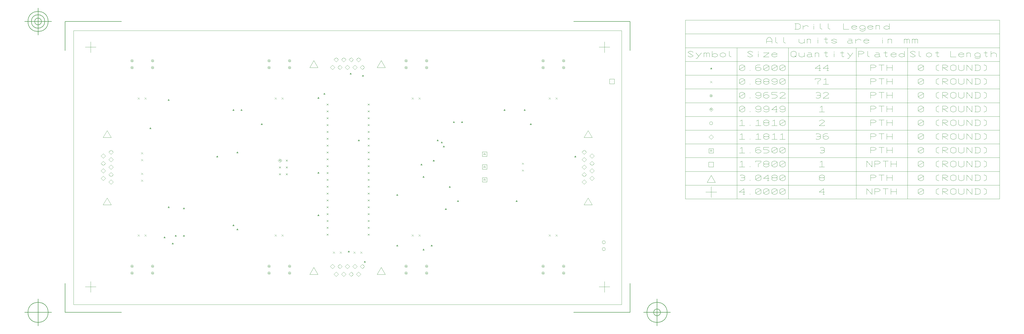
<source format=gbr>
G04 Generated by Ultiboard 13.0 *
%FSLAX34Y34*%
%MOMM*%

%ADD10C,0.0001*%
%ADD11C,0.1000*%
%ADD12C,0.0100*%
%ADD13C,0.0010*%
%ADD14C,0.1270*%


G04 ColorRGB 000000 for the following layer *
%LNDrill Symbols-Copper Top-Copper Bottom*%
%LPD*%
G54D11*
X63500Y932500D02*
X63500Y972500D01*
X43500Y952500D02*
X83500Y952500D01*
X63500Y43500D02*
X63500Y83500D01*
X43500Y63500D02*
X83500Y63500D01*
X1968500Y43500D02*
X1968500Y83500D01*
X1948500Y63500D02*
X1988500Y63500D01*
X1968500Y932500D02*
X1968500Y972500D01*
X1948500Y952500D02*
X1988500Y952500D01*
X1960055Y203200D02*
G75*
D01*
G02X1960055Y203200I5905J0*
G01*
X1960055Y228600D02*
G75*
D01*
G02X1960055Y228600I5905J0*
G01*
X1987244Y816210D02*
X2005044Y816210D01*
X2005044Y834010D01*
X1987244Y834010D01*
X1987244Y816210D01*
X138700Y554448D02*
X147052Y562800D01*
X138700Y571152D01*
X130348Y562800D01*
X138700Y554448D01*
X138700Y499076D02*
X147052Y507428D01*
X138700Y515780D01*
X130348Y507428D01*
X138700Y499076D01*
X138700Y443704D02*
X147052Y452056D01*
X138700Y460408D01*
X130348Y452056D01*
X138700Y443704D01*
X138700Y471390D02*
X147052Y479742D01*
X138700Y488094D01*
X130348Y479742D01*
X138700Y471390D01*
X138700Y526762D02*
X147052Y535114D01*
X138700Y543466D01*
X130348Y535114D01*
X138700Y526762D01*
X110252Y457547D02*
X118604Y465899D01*
X110252Y474251D01*
X101900Y465899D01*
X110252Y457547D01*
X110252Y512919D02*
X118604Y521271D01*
X110252Y529623D01*
X101900Y521271D01*
X110252Y512919D01*
X110252Y485233D02*
X118604Y493585D01*
X110252Y501937D01*
X101900Y493585D01*
X110252Y485233D01*
X110252Y540605D02*
X118604Y548957D01*
X110252Y557309D01*
X101900Y548957D01*
X110252Y540605D01*
X109236Y367220D02*
X139716Y367220D01*
X124476Y393236D01*
X109236Y367220D01*
X109236Y617156D02*
X139716Y617156D01*
X124476Y643172D01*
X109236Y617156D01*
X1893300Y554448D02*
X1901652Y562800D01*
X1893300Y571152D01*
X1884948Y562800D01*
X1893300Y554448D01*
X1893300Y499076D02*
X1901652Y507428D01*
X1893300Y515780D01*
X1884948Y507428D01*
X1893300Y499076D01*
X1893300Y526762D02*
X1901652Y535114D01*
X1893300Y543466D01*
X1884948Y535114D01*
X1893300Y526762D01*
X1893300Y471390D02*
X1901652Y479742D01*
X1893300Y488094D01*
X1884948Y479742D01*
X1893300Y471390D01*
X1893300Y443704D02*
X1901652Y452056D01*
X1893300Y460408D01*
X1884948Y452056D01*
X1893300Y443704D01*
X1921748Y512919D02*
X1930100Y521271D01*
X1921748Y529623D01*
X1913396Y521271D01*
X1921748Y512919D01*
X1921748Y540605D02*
X1930100Y548957D01*
X1921748Y557309D01*
X1913396Y548957D01*
X1921748Y540605D01*
X1921748Y485233D02*
X1930100Y493585D01*
X1921748Y501937D01*
X1913396Y493585D01*
X1921748Y485233D01*
X1921748Y457547D02*
X1930100Y465899D01*
X1921748Y474251D01*
X1913396Y465899D01*
X1921748Y457547D01*
X1892284Y617156D02*
X1922764Y617156D01*
X1907524Y643172D01*
X1892284Y617156D01*
X1892284Y367220D02*
X1922764Y367220D01*
X1907524Y393236D01*
X1892284Y367220D01*
X1520792Y553143D02*
X1520792Y556679D01*
X1522625Y559036D01*
X1524458Y559036D01*
X1526292Y556679D01*
X1526292Y553143D01*
X1520792Y554911D02*
X1526292Y554911D01*
X1515750Y547250D02*
X1532250Y547250D01*
X1532250Y563750D01*
X1515750Y563750D01*
X1515750Y547250D01*
X1520792Y505643D02*
X1520792Y509179D01*
X1522625Y511536D01*
X1524458Y511536D01*
X1526292Y509179D01*
X1526292Y505643D01*
X1520792Y507411D02*
X1526292Y507411D01*
X1515750Y499750D02*
X1532250Y499750D01*
X1532250Y516250D01*
X1515750Y516250D01*
X1515750Y499750D01*
X1520792Y458143D02*
X1520792Y461679D01*
X1522625Y464036D01*
X1524458Y464036D01*
X1526292Y461679D01*
X1526292Y458143D01*
X1520792Y459911D02*
X1526292Y459911D01*
X1515750Y452250D02*
X1532250Y452250D01*
X1532250Y468750D01*
X1515750Y468750D01*
X1515750Y452250D01*
X1070800Y130348D02*
X1079152Y138700D01*
X1070800Y147052D01*
X1062448Y138700D01*
X1070800Y130348D01*
X1015428Y130348D02*
X1023780Y138700D01*
X1015428Y147052D01*
X1007076Y138700D01*
X1015428Y130348D01*
X1043114Y130348D02*
X1051466Y138700D01*
X1043114Y147052D01*
X1034762Y138700D01*
X1043114Y130348D01*
X987742Y130348D02*
X996094Y138700D01*
X987742Y147052D01*
X979390Y138700D01*
X987742Y130348D01*
X960056Y130348D02*
X968408Y138700D01*
X960056Y147052D01*
X951704Y138700D01*
X960056Y130348D01*
X1029271Y101900D02*
X1037623Y110252D01*
X1029271Y118604D01*
X1020919Y110252D01*
X1029271Y101900D01*
X1056957Y101900D02*
X1065309Y110252D01*
X1056957Y118604D01*
X1048605Y110252D01*
X1056957Y101900D01*
X1001585Y101900D02*
X1009937Y110252D01*
X1001585Y118604D01*
X993233Y110252D01*
X1001585Y101900D01*
X973899Y101900D02*
X982251Y110252D01*
X973899Y118604D01*
X965547Y110252D01*
X973899Y101900D01*
X1125156Y109236D02*
X1155636Y109236D01*
X1140396Y135252D01*
X1125156Y109236D01*
X875220Y109236D02*
X905700Y109236D01*
X890460Y135252D01*
X875220Y109236D01*
X1070800Y868948D02*
X1079152Y877300D01*
X1070800Y885652D01*
X1062448Y877300D01*
X1070800Y868948D01*
X1015428Y868948D02*
X1023780Y877300D01*
X1015428Y885652D01*
X1007076Y877300D01*
X1015428Y868948D01*
X960056Y868948D02*
X968408Y877300D01*
X960056Y885652D01*
X951704Y877300D01*
X960056Y868948D01*
X987742Y868948D02*
X996094Y877300D01*
X987742Y885652D01*
X979390Y877300D01*
X987742Y868948D01*
X1043114Y868948D02*
X1051466Y877300D01*
X1043114Y885652D01*
X1034762Y877300D01*
X1043114Y868948D01*
X973899Y897396D02*
X982251Y905748D01*
X973899Y914100D01*
X965547Y905748D01*
X973899Y897396D01*
X1029271Y897396D02*
X1037623Y905748D01*
X1029271Y914100D01*
X1020919Y905748D01*
X1029271Y897396D01*
X1001585Y897396D02*
X1009937Y905748D01*
X1001585Y914100D01*
X993233Y905748D01*
X1001585Y897396D01*
X1056957Y897396D02*
X1065309Y905748D01*
X1056957Y914100D01*
X1048605Y905748D01*
X1056957Y897396D01*
X875220Y876284D02*
X905700Y876284D01*
X890460Y902300D01*
X875220Y876284D01*
X1125156Y876284D02*
X1155636Y876284D01*
X1140396Y902300D01*
X1125156Y876284D01*
X2363964Y394964D02*
X2363964Y434964D01*
X2343964Y414964D02*
X2383964Y414964D01*
X2488297Y414964D02*
X2468297Y414964D01*
X2484964Y427821D01*
X2484964Y406393D01*
X2481631Y406393D02*
X2488297Y406393D01*
X2508297Y406393D02*
X2508297Y408535D01*
X2528297Y423535D02*
X2534964Y427821D01*
X2541631Y427821D01*
X2548297Y423535D01*
X2548297Y410678D01*
X2541631Y406393D01*
X2534964Y406393D01*
X2528297Y410678D01*
X2528297Y423535D01*
X2548297Y423535D02*
X2528297Y410678D01*
X2558297Y423535D02*
X2564964Y427821D01*
X2571631Y427821D01*
X2578297Y423535D01*
X2578297Y410678D01*
X2571631Y406393D01*
X2564964Y406393D01*
X2558297Y410678D01*
X2558297Y423535D01*
X2578297Y423535D02*
X2558297Y410678D01*
X2588297Y423535D02*
X2594964Y427821D01*
X2601631Y427821D01*
X2608297Y423535D01*
X2608297Y410678D01*
X2601631Y406393D01*
X2594964Y406393D01*
X2588297Y410678D01*
X2588297Y423535D01*
X2608297Y423535D02*
X2588297Y410678D01*
X2618297Y423535D02*
X2624964Y427821D01*
X2631631Y427821D01*
X2638297Y423535D01*
X2638297Y410678D01*
X2631631Y406393D01*
X2624964Y406393D01*
X2618297Y410678D01*
X2618297Y423535D01*
X2638297Y423535D02*
X2618297Y410678D01*
X2784297Y414964D02*
X2764297Y414964D01*
X2780964Y427821D01*
X2780964Y406393D01*
X2777631Y406393D02*
X2784297Y406393D01*
X2940297Y406393D02*
X2940297Y427821D01*
X2960297Y406393D01*
X2960297Y427821D01*
X2970297Y406393D02*
X2970297Y427821D01*
X2983631Y427821D01*
X2990297Y423535D01*
X2990297Y421393D01*
X2983631Y417107D01*
X2970297Y417107D01*
X3010297Y406393D02*
X3010297Y427821D01*
X3000297Y427821D02*
X3020297Y427821D01*
X3030297Y406393D02*
X3030297Y427821D01*
X3050297Y406393D02*
X3050297Y427821D01*
X3030297Y417107D02*
X3050297Y417107D01*
X3131297Y423535D02*
X3137964Y427821D01*
X3144631Y427821D01*
X3151297Y423535D01*
X3151297Y410678D01*
X3144631Y406393D01*
X3137964Y406393D01*
X3131297Y410678D01*
X3131297Y423535D01*
X3151297Y423535D02*
X3131297Y410678D01*
X3207964Y406393D02*
X3204631Y406393D01*
X3197964Y410678D01*
X3197964Y423535D01*
X3204631Y427821D01*
X3207964Y427821D01*
X3221297Y406393D02*
X3221297Y427821D01*
X3234631Y427821D01*
X3241297Y423535D01*
X3241297Y421393D01*
X3234631Y417107D01*
X3221297Y417107D01*
X3224631Y417107D02*
X3241297Y406393D01*
X3251297Y410678D02*
X3257964Y406393D01*
X3264631Y406393D01*
X3271297Y410678D01*
X3271297Y423535D01*
X3264631Y427821D01*
X3257964Y427821D01*
X3251297Y423535D01*
X3251297Y410678D01*
X3281297Y427821D02*
X3281297Y410678D01*
X3287964Y406393D01*
X3294631Y406393D01*
X3301297Y410678D01*
X3301297Y427821D01*
X3311297Y406393D02*
X3311297Y427821D01*
X3331297Y406393D01*
X3331297Y427821D01*
X3341297Y406393D02*
X3354631Y406393D01*
X3361297Y410678D01*
X3361297Y423535D01*
X3354631Y427821D01*
X3341297Y427821D01*
X3344631Y427821D02*
X3344631Y406393D01*
X3374631Y427821D02*
X3377964Y427821D01*
X3384631Y423535D01*
X3384631Y410678D01*
X3377964Y406393D01*
X3374631Y406393D01*
X2348724Y450724D02*
X2379204Y450724D01*
X2363964Y476740D01*
X2348724Y450724D01*
X2471631Y476678D02*
X2474964Y478821D01*
X2481631Y478821D01*
X2488297Y474535D01*
X2488297Y470250D01*
X2484964Y468107D01*
X2488297Y465964D01*
X2488297Y461678D01*
X2481631Y457393D01*
X2474964Y457393D01*
X2471631Y459535D01*
X2474964Y468107D02*
X2484964Y468107D01*
X2508297Y457393D02*
X2508297Y459535D01*
X2528297Y474535D02*
X2534964Y478821D01*
X2541631Y478821D01*
X2548297Y474535D01*
X2548297Y461678D01*
X2541631Y457393D01*
X2534964Y457393D01*
X2528297Y461678D01*
X2528297Y474535D01*
X2548297Y474535D02*
X2528297Y461678D01*
X2578297Y465964D02*
X2558297Y465964D01*
X2574964Y478821D01*
X2574964Y457393D01*
X2571631Y457393D02*
X2578297Y457393D01*
X2601631Y457393D02*
X2594964Y457393D01*
X2588297Y461678D01*
X2588297Y465964D01*
X2591631Y468107D01*
X2588297Y470250D01*
X2588297Y474535D01*
X2594964Y478821D01*
X2601631Y478821D01*
X2608297Y474535D01*
X2608297Y470250D01*
X2604964Y468107D01*
X2608297Y465964D01*
X2608297Y461678D01*
X2601631Y457393D01*
X2591631Y468107D02*
X2604964Y468107D01*
X2618297Y474535D02*
X2624964Y478821D01*
X2631631Y478821D01*
X2638297Y474535D01*
X2638297Y461678D01*
X2631631Y457393D01*
X2624964Y457393D01*
X2618297Y461678D01*
X2618297Y474535D01*
X2638297Y474535D02*
X2618297Y461678D01*
X2777631Y457393D02*
X2770964Y457393D01*
X2764297Y461678D01*
X2764297Y465964D01*
X2767631Y468107D01*
X2764297Y470250D01*
X2764297Y474535D01*
X2770964Y478821D01*
X2777631Y478821D01*
X2784297Y474535D01*
X2784297Y470250D01*
X2780964Y468107D01*
X2784297Y465964D01*
X2784297Y461678D01*
X2777631Y457393D01*
X2767631Y468107D02*
X2780964Y468107D01*
X2955297Y457393D02*
X2955297Y478821D01*
X2968631Y478821D01*
X2975297Y474535D01*
X2975297Y472393D01*
X2968631Y468107D01*
X2955297Y468107D01*
X2995297Y457393D02*
X2995297Y478821D01*
X2985297Y478821D02*
X3005297Y478821D01*
X3015297Y457393D02*
X3015297Y478821D01*
X3035297Y457393D02*
X3035297Y478821D01*
X3015297Y468107D02*
X3035297Y468107D01*
X3131297Y474535D02*
X3137964Y478821D01*
X3144631Y478821D01*
X3151297Y474535D01*
X3151297Y461678D01*
X3144631Y457393D01*
X3137964Y457393D01*
X3131297Y461678D01*
X3131297Y474535D01*
X3151297Y474535D02*
X3131297Y461678D01*
X3207964Y457393D02*
X3204631Y457393D01*
X3197964Y461678D01*
X3197964Y474535D01*
X3204631Y478821D01*
X3207964Y478821D01*
X3221297Y457393D02*
X3221297Y478821D01*
X3234631Y478821D01*
X3241297Y474535D01*
X3241297Y472393D01*
X3234631Y468107D01*
X3221297Y468107D01*
X3224631Y468107D02*
X3241297Y457393D01*
X3251297Y461678D02*
X3257964Y457393D01*
X3264631Y457393D01*
X3271297Y461678D01*
X3271297Y474535D01*
X3264631Y478821D01*
X3257964Y478821D01*
X3251297Y474535D01*
X3251297Y461678D01*
X3281297Y478821D02*
X3281297Y461678D01*
X3287964Y457393D01*
X3294631Y457393D01*
X3301297Y461678D01*
X3301297Y478821D01*
X3311297Y457393D02*
X3311297Y478821D01*
X3331297Y457393D01*
X3331297Y478821D01*
X3341297Y457393D02*
X3354631Y457393D01*
X3361297Y461678D01*
X3361297Y474535D01*
X3354631Y478821D01*
X3341297Y478821D01*
X3344631Y478821D02*
X3344631Y457393D01*
X3374631Y478821D02*
X3377964Y478821D01*
X3384631Y474535D01*
X3384631Y461678D01*
X3377964Y457393D01*
X3374631Y457393D01*
X2355064Y508064D02*
X2372864Y508064D01*
X2372864Y525864D01*
X2355064Y525864D01*
X2355064Y508064D01*
X2471631Y525535D02*
X2478297Y529821D01*
X2478297Y508393D01*
X2468297Y508393D02*
X2488297Y508393D01*
X2508297Y508393D02*
X2508297Y510535D01*
X2538297Y508393D02*
X2538297Y519107D01*
X2548297Y525535D01*
X2548297Y529821D01*
X2528297Y529821D01*
X2528297Y525535D01*
X2571631Y508393D02*
X2564964Y508393D01*
X2558297Y512678D01*
X2558297Y516964D01*
X2561631Y519107D01*
X2558297Y521250D01*
X2558297Y525535D01*
X2564964Y529821D01*
X2571631Y529821D01*
X2578297Y525535D01*
X2578297Y521250D01*
X2574964Y519107D01*
X2578297Y516964D01*
X2578297Y512678D01*
X2571631Y508393D01*
X2561631Y519107D02*
X2574964Y519107D01*
X2588297Y525535D02*
X2594964Y529821D01*
X2601631Y529821D01*
X2608297Y525535D01*
X2608297Y512678D01*
X2601631Y508393D01*
X2594964Y508393D01*
X2588297Y512678D01*
X2588297Y525535D01*
X2608297Y525535D02*
X2588297Y512678D01*
X2618297Y525535D02*
X2624964Y529821D01*
X2631631Y529821D01*
X2638297Y525535D01*
X2638297Y512678D01*
X2631631Y508393D01*
X2624964Y508393D01*
X2618297Y512678D01*
X2618297Y525535D01*
X2638297Y525535D02*
X2618297Y512678D01*
X2767631Y525535D02*
X2774297Y529821D01*
X2774297Y508393D01*
X2764297Y508393D02*
X2784297Y508393D01*
X2940297Y508393D02*
X2940297Y529821D01*
X2960297Y508393D01*
X2960297Y529821D01*
X2970297Y508393D02*
X2970297Y529821D01*
X2983631Y529821D01*
X2990297Y525535D01*
X2990297Y523393D01*
X2983631Y519107D01*
X2970297Y519107D01*
X3010297Y508393D02*
X3010297Y529821D01*
X3000297Y529821D02*
X3020297Y529821D01*
X3030297Y508393D02*
X3030297Y529821D01*
X3050297Y508393D02*
X3050297Y529821D01*
X3030297Y519107D02*
X3050297Y519107D01*
X3131297Y525535D02*
X3137964Y529821D01*
X3144631Y529821D01*
X3151297Y525535D01*
X3151297Y512678D01*
X3144631Y508393D01*
X3137964Y508393D01*
X3131297Y512678D01*
X3131297Y525535D01*
X3151297Y525535D02*
X3131297Y512678D01*
X3207964Y508393D02*
X3204631Y508393D01*
X3197964Y512678D01*
X3197964Y525535D01*
X3204631Y529821D01*
X3207964Y529821D01*
X3221297Y508393D02*
X3221297Y529821D01*
X3234631Y529821D01*
X3241297Y525535D01*
X3241297Y523393D01*
X3234631Y519107D01*
X3221297Y519107D01*
X3224631Y519107D02*
X3241297Y508393D01*
X3251297Y512678D02*
X3257964Y508393D01*
X3264631Y508393D01*
X3271297Y512678D01*
X3271297Y525535D01*
X3264631Y529821D01*
X3257964Y529821D01*
X3251297Y525535D01*
X3251297Y512678D01*
X3281297Y529821D02*
X3281297Y512678D01*
X3287964Y508393D01*
X3294631Y508393D01*
X3301297Y512678D01*
X3301297Y529821D01*
X3311297Y508393D02*
X3311297Y529821D01*
X3331297Y508393D01*
X3331297Y529821D01*
X3341297Y508393D02*
X3354631Y508393D01*
X3361297Y512678D01*
X3361297Y525535D01*
X3354631Y529821D01*
X3341297Y529821D01*
X3344631Y529821D02*
X3344631Y508393D01*
X3374631Y529821D02*
X3377964Y529821D01*
X3384631Y525535D01*
X3384631Y512678D01*
X3377964Y508393D01*
X3374631Y508393D01*
X2355714Y559714D02*
X2372214Y559714D01*
X2372214Y576214D01*
X2355714Y576214D01*
X2355714Y559714D01*
X2360756Y565607D02*
X2360756Y569143D01*
X2362589Y571500D01*
X2364422Y571500D01*
X2366256Y569143D01*
X2366256Y565607D01*
X2360756Y567375D02*
X2366256Y567375D01*
X2471631Y576535D02*
X2478297Y580821D01*
X2478297Y559393D01*
X2468297Y559393D02*
X2488297Y559393D01*
X2508297Y559393D02*
X2508297Y561535D01*
X2544964Y580821D02*
X2534964Y580821D01*
X2528297Y576535D01*
X2528297Y567964D01*
X2528297Y563678D01*
X2534964Y559393D01*
X2541631Y559393D01*
X2548297Y563678D01*
X2548297Y567964D01*
X2541631Y572250D01*
X2534964Y572250D01*
X2528297Y567964D01*
X2578297Y580821D02*
X2558297Y580821D01*
X2558297Y572250D01*
X2571631Y572250D01*
X2578297Y567964D01*
X2578297Y563678D01*
X2571631Y559393D01*
X2558297Y559393D01*
X2588297Y576535D02*
X2594964Y580821D01*
X2601631Y580821D01*
X2608297Y576535D01*
X2608297Y563678D01*
X2601631Y559393D01*
X2594964Y559393D01*
X2588297Y563678D01*
X2588297Y576535D01*
X2608297Y576535D02*
X2588297Y563678D01*
X2618297Y576535D02*
X2624964Y580821D01*
X2631631Y580821D01*
X2638297Y576535D01*
X2638297Y563678D01*
X2631631Y559393D01*
X2624964Y559393D01*
X2618297Y563678D01*
X2618297Y576535D01*
X2638297Y576535D02*
X2618297Y563678D01*
X2767631Y578678D02*
X2770964Y580821D01*
X2777631Y580821D01*
X2784297Y576535D01*
X2784297Y572250D01*
X2780964Y570107D01*
X2784297Y567964D01*
X2784297Y563678D01*
X2777631Y559393D01*
X2770964Y559393D01*
X2767631Y561535D01*
X2770964Y570107D02*
X2780964Y570107D01*
X2955297Y559393D02*
X2955297Y580821D01*
X2968631Y580821D01*
X2975297Y576535D01*
X2975297Y574393D01*
X2968631Y570107D01*
X2955297Y570107D01*
X2995297Y559393D02*
X2995297Y580821D01*
X2985297Y580821D02*
X3005297Y580821D01*
X3015297Y559393D02*
X3015297Y580821D01*
X3035297Y559393D02*
X3035297Y580821D01*
X3015297Y570107D02*
X3035297Y570107D01*
X3131297Y576535D02*
X3137964Y580821D01*
X3144631Y580821D01*
X3151297Y576535D01*
X3151297Y563678D01*
X3144631Y559393D01*
X3137964Y559393D01*
X3131297Y563678D01*
X3131297Y576535D01*
X3151297Y576535D02*
X3131297Y563678D01*
X3207964Y559393D02*
X3204631Y559393D01*
X3197964Y563678D01*
X3197964Y576535D01*
X3204631Y580821D01*
X3207964Y580821D01*
X3221297Y559393D02*
X3221297Y580821D01*
X3234631Y580821D01*
X3241297Y576535D01*
X3241297Y574393D01*
X3234631Y570107D01*
X3221297Y570107D01*
X3224631Y570107D02*
X3241297Y559393D01*
X3251297Y563678D02*
X3257964Y559393D01*
X3264631Y559393D01*
X3271297Y563678D01*
X3271297Y576535D01*
X3264631Y580821D01*
X3257964Y580821D01*
X3251297Y576535D01*
X3251297Y563678D01*
X3281297Y580821D02*
X3281297Y563678D01*
X3287964Y559393D01*
X3294631Y559393D01*
X3301297Y563678D01*
X3301297Y580821D01*
X3311297Y559393D02*
X3311297Y580821D01*
X3331297Y559393D01*
X3331297Y580821D01*
X3341297Y559393D02*
X3354631Y559393D01*
X3361297Y563678D01*
X3361297Y576535D01*
X3354631Y580821D01*
X3341297Y580821D01*
X3344631Y580821D02*
X3344631Y559393D01*
X3374631Y580821D02*
X3377964Y580821D01*
X3384631Y576535D01*
X3384631Y563678D01*
X3377964Y559393D01*
X3374631Y559393D01*
X2363964Y610612D02*
X2372316Y618964D01*
X2363964Y627316D01*
X2355612Y618964D01*
X2363964Y610612D01*
X2471631Y627535D02*
X2478297Y631821D01*
X2478297Y610393D01*
X2468297Y610393D02*
X2488297Y610393D01*
X2508297Y610393D02*
X2508297Y612535D01*
X2531631Y627535D02*
X2538297Y631821D01*
X2538297Y610393D01*
X2528297Y610393D02*
X2548297Y610393D01*
X2571631Y610393D02*
X2564964Y610393D01*
X2558297Y614678D01*
X2558297Y618964D01*
X2561631Y621107D01*
X2558297Y623250D01*
X2558297Y627535D01*
X2564964Y631821D01*
X2571631Y631821D01*
X2578297Y627535D01*
X2578297Y623250D01*
X2574964Y621107D01*
X2578297Y618964D01*
X2578297Y614678D01*
X2571631Y610393D01*
X2561631Y621107D02*
X2574964Y621107D01*
X2591631Y627535D02*
X2598297Y631821D01*
X2598297Y610393D01*
X2588297Y610393D02*
X2608297Y610393D01*
X2621631Y627535D02*
X2628297Y631821D01*
X2628297Y610393D01*
X2618297Y610393D02*
X2638297Y610393D01*
X2752631Y629678D02*
X2755964Y631821D01*
X2762631Y631821D01*
X2769297Y627535D01*
X2769297Y623250D01*
X2765964Y621107D01*
X2769297Y618964D01*
X2769297Y614678D01*
X2762631Y610393D01*
X2755964Y610393D01*
X2752631Y612535D01*
X2755964Y621107D02*
X2765964Y621107D01*
X2795964Y631821D02*
X2785964Y631821D01*
X2779297Y627535D01*
X2779297Y618964D01*
X2779297Y614678D01*
X2785964Y610393D01*
X2792631Y610393D01*
X2799297Y614678D01*
X2799297Y618964D01*
X2792631Y623250D01*
X2785964Y623250D01*
X2779297Y618964D01*
X2955297Y610393D02*
X2955297Y631821D01*
X2968631Y631821D01*
X2975297Y627535D01*
X2975297Y625393D01*
X2968631Y621107D01*
X2955297Y621107D01*
X2995297Y610393D02*
X2995297Y631821D01*
X2985297Y631821D02*
X3005297Y631821D01*
X3015297Y610393D02*
X3015297Y631821D01*
X3035297Y610393D02*
X3035297Y631821D01*
X3015297Y621107D02*
X3035297Y621107D01*
X3131297Y627535D02*
X3137964Y631821D01*
X3144631Y631821D01*
X3151297Y627535D01*
X3151297Y614678D01*
X3144631Y610393D01*
X3137964Y610393D01*
X3131297Y614678D01*
X3131297Y627535D01*
X3151297Y627535D02*
X3131297Y614678D01*
X3207964Y610393D02*
X3204631Y610393D01*
X3197964Y614678D01*
X3197964Y627535D01*
X3204631Y631821D01*
X3207964Y631821D01*
X3221297Y610393D02*
X3221297Y631821D01*
X3234631Y631821D01*
X3241297Y627535D01*
X3241297Y625393D01*
X3234631Y621107D01*
X3221297Y621107D01*
X3224631Y621107D02*
X3241297Y610393D01*
X3251297Y614678D02*
X3257964Y610393D01*
X3264631Y610393D01*
X3271297Y614678D01*
X3271297Y627535D01*
X3264631Y631821D01*
X3257964Y631821D01*
X3251297Y627535D01*
X3251297Y614678D01*
X3281297Y631821D02*
X3281297Y614678D01*
X3287964Y610393D01*
X3294631Y610393D01*
X3301297Y614678D01*
X3301297Y631821D01*
X3311297Y610393D02*
X3311297Y631821D01*
X3331297Y610393D01*
X3331297Y631821D01*
X3341297Y610393D02*
X3354631Y610393D01*
X3361297Y614678D01*
X3361297Y627535D01*
X3354631Y631821D01*
X3341297Y631821D01*
X3344631Y631821D02*
X3344631Y610393D01*
X3374631Y631821D02*
X3377964Y631821D01*
X3384631Y627535D01*
X3384631Y614678D01*
X3377964Y610393D01*
X3374631Y610393D01*
X2471631Y678535D02*
X2478297Y682821D01*
X2478297Y661393D01*
X2468297Y661393D02*
X2488297Y661393D01*
X2508297Y661393D02*
X2508297Y663535D01*
X2531631Y678535D02*
X2538297Y682821D01*
X2538297Y661393D01*
X2528297Y661393D02*
X2548297Y661393D01*
X2571631Y661393D02*
X2564964Y661393D01*
X2558297Y665678D01*
X2558297Y669964D01*
X2561631Y672107D01*
X2558297Y674250D01*
X2558297Y678535D01*
X2564964Y682821D01*
X2571631Y682821D01*
X2578297Y678535D01*
X2578297Y674250D01*
X2574964Y672107D01*
X2578297Y669964D01*
X2578297Y665678D01*
X2571631Y661393D01*
X2561631Y672107D02*
X2574964Y672107D01*
X2591631Y678535D02*
X2598297Y682821D01*
X2598297Y661393D01*
X2588297Y661393D02*
X2608297Y661393D01*
X2618297Y678535D02*
X2624964Y682821D01*
X2631631Y682821D01*
X2638297Y678535D01*
X2638297Y665678D01*
X2631631Y661393D01*
X2624964Y661393D01*
X2618297Y665678D01*
X2618297Y678535D01*
X2638297Y678535D02*
X2618297Y665678D01*
X2764297Y678535D02*
X2770964Y682821D01*
X2777631Y682821D01*
X2784297Y678535D01*
X2784297Y676393D01*
X2764297Y661393D01*
X2784297Y661393D01*
X2784297Y663535D01*
X2955297Y661393D02*
X2955297Y682821D01*
X2968631Y682821D01*
X2975297Y678535D01*
X2975297Y676393D01*
X2968631Y672107D01*
X2955297Y672107D01*
X2995297Y661393D02*
X2995297Y682821D01*
X2985297Y682821D02*
X3005297Y682821D01*
X3015297Y661393D02*
X3015297Y682821D01*
X3035297Y661393D02*
X3035297Y682821D01*
X3015297Y672107D02*
X3035297Y672107D01*
X3131297Y678535D02*
X3137964Y682821D01*
X3144631Y682821D01*
X3151297Y678535D01*
X3151297Y665678D01*
X3144631Y661393D01*
X3137964Y661393D01*
X3131297Y665678D01*
X3131297Y678535D01*
X3151297Y678535D02*
X3131297Y665678D01*
X3207964Y661393D02*
X3204631Y661393D01*
X3197964Y665678D01*
X3197964Y678535D01*
X3204631Y682821D01*
X3207964Y682821D01*
X3221297Y661393D02*
X3221297Y682821D01*
X3234631Y682821D01*
X3241297Y678535D01*
X3241297Y676393D01*
X3234631Y672107D01*
X3221297Y672107D01*
X3224631Y672107D02*
X3241297Y661393D01*
X3251297Y665678D02*
X3257964Y661393D01*
X3264631Y661393D01*
X3271297Y665678D01*
X3271297Y678535D01*
X3264631Y682821D01*
X3257964Y682821D01*
X3251297Y678535D01*
X3251297Y665678D01*
X3281297Y682821D02*
X3281297Y665678D01*
X3287964Y661393D01*
X3294631Y661393D01*
X3301297Y665678D01*
X3301297Y682821D01*
X3311297Y661393D02*
X3311297Y682821D01*
X3331297Y661393D01*
X3331297Y682821D01*
X3341297Y661393D02*
X3354631Y661393D01*
X3361297Y665678D01*
X3361297Y678535D01*
X3354631Y682821D01*
X3341297Y682821D01*
X3344631Y682821D02*
X3344631Y661393D01*
X3374631Y682821D02*
X3377964Y682821D01*
X3384631Y678535D01*
X3384631Y665678D01*
X3377964Y661393D01*
X3374631Y661393D01*
X2358059Y669964D02*
G75*
D01*
G02X2358059Y669964I5905J0*
G01*
X2468297Y729535D02*
X2474964Y733821D01*
X2481631Y733821D01*
X2488297Y729535D01*
X2488297Y716678D01*
X2481631Y712393D01*
X2474964Y712393D01*
X2468297Y716678D01*
X2468297Y729535D01*
X2488297Y729535D02*
X2468297Y716678D01*
X2508297Y712393D02*
X2508297Y714535D01*
X2528297Y716678D02*
X2534964Y712393D01*
X2541631Y712393D01*
X2548297Y716678D01*
X2548297Y725250D01*
X2548297Y729535D01*
X2541631Y733821D01*
X2534964Y733821D01*
X2528297Y729535D01*
X2528297Y725250D01*
X2534964Y720964D01*
X2541631Y720964D01*
X2548297Y725250D01*
X2558297Y716678D02*
X2564964Y712393D01*
X2571631Y712393D01*
X2578297Y716678D01*
X2578297Y725250D01*
X2578297Y729535D01*
X2571631Y733821D01*
X2564964Y733821D01*
X2558297Y729535D01*
X2558297Y725250D01*
X2564964Y720964D01*
X2571631Y720964D01*
X2578297Y725250D01*
X2608297Y720964D02*
X2588297Y720964D01*
X2604964Y733821D01*
X2604964Y712393D01*
X2601631Y712393D02*
X2608297Y712393D01*
X2618297Y716678D02*
X2624964Y712393D01*
X2631631Y712393D01*
X2638297Y716678D01*
X2638297Y725250D01*
X2638297Y729535D01*
X2631631Y733821D01*
X2624964Y733821D01*
X2618297Y729535D01*
X2618297Y725250D01*
X2624964Y720964D01*
X2631631Y720964D01*
X2638297Y725250D01*
X2767631Y729535D02*
X2774297Y733821D01*
X2774297Y712393D01*
X2764297Y712393D02*
X2784297Y712393D01*
X2955297Y712393D02*
X2955297Y733821D01*
X2968631Y733821D01*
X2975297Y729535D01*
X2975297Y727393D01*
X2968631Y723107D01*
X2955297Y723107D01*
X2995297Y712393D02*
X2995297Y733821D01*
X2985297Y733821D02*
X3005297Y733821D01*
X3015297Y712393D02*
X3015297Y733821D01*
X3035297Y712393D02*
X3035297Y733821D01*
X3015297Y723107D02*
X3035297Y723107D01*
X3131297Y729535D02*
X3137964Y733821D01*
X3144631Y733821D01*
X3151297Y729535D01*
X3151297Y716678D01*
X3144631Y712393D01*
X3137964Y712393D01*
X3131297Y716678D01*
X3131297Y729535D01*
X3151297Y729535D02*
X3131297Y716678D01*
X3207964Y712393D02*
X3204631Y712393D01*
X3197964Y716678D01*
X3197964Y729535D01*
X3204631Y733821D01*
X3207964Y733821D01*
X3221297Y712393D02*
X3221297Y733821D01*
X3234631Y733821D01*
X3241297Y729535D01*
X3241297Y727393D01*
X3234631Y723107D01*
X3221297Y723107D01*
X3224631Y723107D02*
X3241297Y712393D01*
X3251297Y716678D02*
X3257964Y712393D01*
X3264631Y712393D01*
X3271297Y716678D01*
X3271297Y729535D01*
X3264631Y733821D01*
X3257964Y733821D01*
X3251297Y729535D01*
X3251297Y716678D01*
X3281297Y733821D02*
X3281297Y716678D01*
X3287964Y712393D01*
X3294631Y712393D01*
X3301297Y716678D01*
X3301297Y733821D01*
X3311297Y712393D02*
X3311297Y733821D01*
X3331297Y712393D01*
X3331297Y733821D01*
X3341297Y712393D02*
X3354631Y712393D01*
X3361297Y716678D01*
X3361297Y729535D01*
X3354631Y733821D01*
X3341297Y733821D01*
X3344631Y733821D02*
X3344631Y712393D01*
X3374631Y733821D02*
X3377964Y733821D01*
X3384631Y729535D01*
X3384631Y716678D01*
X3377964Y712393D01*
X3374631Y712393D01*
X2468297Y780535D02*
X2474964Y784821D01*
X2481631Y784821D01*
X2488297Y780535D01*
X2488297Y767678D01*
X2481631Y763393D01*
X2474964Y763393D01*
X2468297Y767678D01*
X2468297Y780535D01*
X2488297Y780535D02*
X2468297Y767678D01*
X2508297Y763393D02*
X2508297Y765535D01*
X2528297Y767678D02*
X2534964Y763393D01*
X2541631Y763393D01*
X2548297Y767678D01*
X2548297Y776250D01*
X2548297Y780535D01*
X2541631Y784821D01*
X2534964Y784821D01*
X2528297Y780535D01*
X2528297Y776250D01*
X2534964Y771964D01*
X2541631Y771964D01*
X2548297Y776250D01*
X2574964Y784821D02*
X2564964Y784821D01*
X2558297Y780535D01*
X2558297Y771964D01*
X2558297Y767678D01*
X2564964Y763393D01*
X2571631Y763393D01*
X2578297Y767678D01*
X2578297Y771964D01*
X2571631Y776250D01*
X2564964Y776250D01*
X2558297Y771964D01*
X2608297Y784821D02*
X2588297Y784821D01*
X2588297Y776250D01*
X2601631Y776250D01*
X2608297Y771964D01*
X2608297Y767678D01*
X2601631Y763393D01*
X2588297Y763393D01*
X2618297Y780535D02*
X2624964Y784821D01*
X2631631Y784821D01*
X2638297Y780535D01*
X2638297Y778393D01*
X2618297Y763393D01*
X2638297Y763393D01*
X2638297Y765535D01*
X2752631Y782678D02*
X2755964Y784821D01*
X2762631Y784821D01*
X2769297Y780535D01*
X2769297Y776250D01*
X2765964Y774107D01*
X2769297Y771964D01*
X2769297Y767678D01*
X2762631Y763393D01*
X2755964Y763393D01*
X2752631Y765535D01*
X2755964Y774107D02*
X2765964Y774107D01*
X2779297Y780535D02*
X2785964Y784821D01*
X2792631Y784821D01*
X2799297Y780535D01*
X2799297Y778393D01*
X2779297Y763393D01*
X2799297Y763393D01*
X2799297Y765535D01*
X2955297Y763393D02*
X2955297Y784821D01*
X2968631Y784821D01*
X2975297Y780535D01*
X2975297Y778393D01*
X2968631Y774107D01*
X2955297Y774107D01*
X2995297Y763393D02*
X2995297Y784821D01*
X2985297Y784821D02*
X3005297Y784821D01*
X3015297Y763393D02*
X3015297Y784821D01*
X3035297Y763393D02*
X3035297Y784821D01*
X3015297Y774107D02*
X3035297Y774107D01*
X3131297Y780535D02*
X3137964Y784821D01*
X3144631Y784821D01*
X3151297Y780535D01*
X3151297Y767678D01*
X3144631Y763393D01*
X3137964Y763393D01*
X3131297Y767678D01*
X3131297Y780535D01*
X3151297Y780535D02*
X3131297Y767678D01*
X3207964Y763393D02*
X3204631Y763393D01*
X3197964Y767678D01*
X3197964Y780535D01*
X3204631Y784821D01*
X3207964Y784821D01*
X3221297Y763393D02*
X3221297Y784821D01*
X3234631Y784821D01*
X3241297Y780535D01*
X3241297Y778393D01*
X3234631Y774107D01*
X3221297Y774107D01*
X3224631Y774107D02*
X3241297Y763393D01*
X3251297Y767678D02*
X3257964Y763393D01*
X3264631Y763393D01*
X3271297Y767678D01*
X3271297Y780535D01*
X3264631Y784821D01*
X3257964Y784821D01*
X3251297Y780535D01*
X3251297Y767678D01*
X3281297Y784821D02*
X3281297Y767678D01*
X3287964Y763393D01*
X3294631Y763393D01*
X3301297Y767678D01*
X3301297Y784821D01*
X3311297Y763393D02*
X3311297Y784821D01*
X3331297Y763393D01*
X3331297Y784821D01*
X3341297Y763393D02*
X3354631Y763393D01*
X3361297Y767678D01*
X3361297Y780535D01*
X3354631Y784821D01*
X3341297Y784821D01*
X3344631Y784821D02*
X3344631Y763393D01*
X3374631Y784821D02*
X3377964Y784821D01*
X3384631Y780535D01*
X3384631Y767678D01*
X3377964Y763393D01*
X3374631Y763393D01*
X2468297Y831535D02*
X2474964Y835821D01*
X2481631Y835821D01*
X2488297Y831535D01*
X2488297Y818678D01*
X2481631Y814393D01*
X2474964Y814393D01*
X2468297Y818678D01*
X2468297Y831535D01*
X2488297Y831535D02*
X2468297Y818678D01*
X2508297Y814393D02*
X2508297Y816535D01*
X2541631Y814393D02*
X2534964Y814393D01*
X2528297Y818678D01*
X2528297Y822964D01*
X2531631Y825107D01*
X2528297Y827250D01*
X2528297Y831535D01*
X2534964Y835821D01*
X2541631Y835821D01*
X2548297Y831535D01*
X2548297Y827250D01*
X2544964Y825107D01*
X2548297Y822964D01*
X2548297Y818678D01*
X2541631Y814393D01*
X2531631Y825107D02*
X2544964Y825107D01*
X2571631Y814393D02*
X2564964Y814393D01*
X2558297Y818678D01*
X2558297Y822964D01*
X2561631Y825107D01*
X2558297Y827250D01*
X2558297Y831535D01*
X2564964Y835821D01*
X2571631Y835821D01*
X2578297Y831535D01*
X2578297Y827250D01*
X2574964Y825107D01*
X2578297Y822964D01*
X2578297Y818678D01*
X2571631Y814393D01*
X2561631Y825107D02*
X2574964Y825107D01*
X2588297Y818678D02*
X2594964Y814393D01*
X2601631Y814393D01*
X2608297Y818678D01*
X2608297Y827250D01*
X2608297Y831535D01*
X2601631Y835821D01*
X2594964Y835821D01*
X2588297Y831535D01*
X2588297Y827250D01*
X2594964Y822964D01*
X2601631Y822964D01*
X2608297Y827250D01*
X2618297Y831535D02*
X2624964Y835821D01*
X2631631Y835821D01*
X2638297Y831535D01*
X2638297Y818678D01*
X2631631Y814393D01*
X2624964Y814393D01*
X2618297Y818678D01*
X2618297Y831535D01*
X2638297Y831535D02*
X2618297Y818678D01*
X2759297Y814393D02*
X2759297Y825107D01*
X2769297Y831535D01*
X2769297Y835821D01*
X2749297Y835821D01*
X2749297Y831535D01*
X2782631Y831535D02*
X2789297Y835821D01*
X2789297Y814393D01*
X2779297Y814393D02*
X2799297Y814393D01*
X2955297Y814393D02*
X2955297Y835821D01*
X2968631Y835821D01*
X2975297Y831535D01*
X2975297Y829393D01*
X2968631Y825107D01*
X2955297Y825107D01*
X2995297Y814393D02*
X2995297Y835821D01*
X2985297Y835821D02*
X3005297Y835821D01*
X3015297Y814393D02*
X3015297Y835821D01*
X3035297Y814393D02*
X3035297Y835821D01*
X3015297Y825107D02*
X3035297Y825107D01*
X3131297Y831535D02*
X3137964Y835821D01*
X3144631Y835821D01*
X3151297Y831535D01*
X3151297Y818678D01*
X3144631Y814393D01*
X3137964Y814393D01*
X3131297Y818678D01*
X3131297Y831535D01*
X3151297Y831535D02*
X3131297Y818678D01*
X3207964Y814393D02*
X3204631Y814393D01*
X3197964Y818678D01*
X3197964Y831535D01*
X3204631Y835821D01*
X3207964Y835821D01*
X3221297Y814393D02*
X3221297Y835821D01*
X3234631Y835821D01*
X3241297Y831535D01*
X3241297Y829393D01*
X3234631Y825107D01*
X3221297Y825107D01*
X3224631Y825107D02*
X3241297Y814393D01*
X3251297Y818678D02*
X3257964Y814393D01*
X3264631Y814393D01*
X3271297Y818678D01*
X3271297Y831535D01*
X3264631Y835821D01*
X3257964Y835821D01*
X3251297Y831535D01*
X3251297Y818678D01*
X3281297Y835821D02*
X3281297Y818678D01*
X3287964Y814393D01*
X3294631Y814393D01*
X3301297Y818678D01*
X3301297Y835821D01*
X3311297Y814393D02*
X3311297Y835821D01*
X3331297Y814393D01*
X3331297Y835821D01*
X3341297Y814393D02*
X3354631Y814393D01*
X3361297Y818678D01*
X3361297Y831535D01*
X3354631Y835821D01*
X3341297Y835821D01*
X3344631Y835821D02*
X3344631Y814393D01*
X3374631Y835821D02*
X3377964Y835821D01*
X3384631Y831535D01*
X3384631Y818678D01*
X3377964Y814393D01*
X3374631Y814393D01*
X2468297Y882535D02*
X2474964Y886821D01*
X2481631Y886821D01*
X2488297Y882535D01*
X2488297Y869678D01*
X2481631Y865393D01*
X2474964Y865393D01*
X2468297Y869678D01*
X2468297Y882535D01*
X2488297Y882535D02*
X2468297Y869678D01*
X2508297Y865393D02*
X2508297Y867535D01*
X2544964Y886821D02*
X2534964Y886821D01*
X2528297Y882535D01*
X2528297Y873964D01*
X2528297Y869678D01*
X2534964Y865393D01*
X2541631Y865393D01*
X2548297Y869678D01*
X2548297Y873964D01*
X2541631Y878250D01*
X2534964Y878250D01*
X2528297Y873964D01*
X2558297Y882535D02*
X2564964Y886821D01*
X2571631Y886821D01*
X2578297Y882535D01*
X2578297Y869678D01*
X2571631Y865393D01*
X2564964Y865393D01*
X2558297Y869678D01*
X2558297Y882535D01*
X2578297Y882535D02*
X2558297Y869678D01*
X2588297Y882535D02*
X2594964Y886821D01*
X2601631Y886821D01*
X2608297Y882535D01*
X2608297Y869678D01*
X2601631Y865393D01*
X2594964Y865393D01*
X2588297Y869678D01*
X2588297Y882535D01*
X2608297Y882535D02*
X2588297Y869678D01*
X2618297Y882535D02*
X2624964Y886821D01*
X2631631Y886821D01*
X2638297Y882535D01*
X2638297Y869678D01*
X2631631Y865393D01*
X2624964Y865393D01*
X2618297Y869678D01*
X2618297Y882535D01*
X2638297Y882535D02*
X2618297Y869678D01*
X2769297Y873964D02*
X2749297Y873964D01*
X2765964Y886821D01*
X2765964Y865393D01*
X2762631Y865393D02*
X2769297Y865393D01*
X2799297Y873964D02*
X2779297Y873964D01*
X2795964Y886821D01*
X2795964Y865393D01*
X2792631Y865393D02*
X2799297Y865393D01*
X2955297Y865393D02*
X2955297Y886821D01*
X2968631Y886821D01*
X2975297Y882535D01*
X2975297Y880393D01*
X2968631Y876107D01*
X2955297Y876107D01*
X2995297Y865393D02*
X2995297Y886821D01*
X2985297Y886821D02*
X3005297Y886821D01*
X3015297Y865393D02*
X3015297Y886821D01*
X3035297Y865393D02*
X3035297Y886821D01*
X3015297Y876107D02*
X3035297Y876107D01*
X3131297Y882535D02*
X3137964Y886821D01*
X3144631Y886821D01*
X3151297Y882535D01*
X3151297Y869678D01*
X3144631Y865393D01*
X3137964Y865393D01*
X3131297Y869678D01*
X3131297Y882535D01*
X3151297Y882535D02*
X3131297Y869678D01*
X3207964Y865393D02*
X3204631Y865393D01*
X3197964Y869678D01*
X3197964Y882535D01*
X3204631Y886821D01*
X3207964Y886821D01*
X3221297Y865393D02*
X3221297Y886821D01*
X3234631Y886821D01*
X3241297Y882535D01*
X3241297Y880393D01*
X3234631Y876107D01*
X3221297Y876107D01*
X3224631Y876107D02*
X3241297Y865393D01*
X3251297Y869678D02*
X3257964Y865393D01*
X3264631Y865393D01*
X3271297Y869678D01*
X3271297Y882535D01*
X3264631Y886821D01*
X3257964Y886821D01*
X3251297Y882535D01*
X3251297Y869678D01*
X3281297Y886821D02*
X3281297Y869678D01*
X3287964Y865393D01*
X3294631Y865393D01*
X3301297Y869678D01*
X3301297Y886821D01*
X3311297Y865393D02*
X3311297Y886821D01*
X3331297Y865393D01*
X3331297Y886821D01*
X3341297Y865393D02*
X3354631Y865393D01*
X3361297Y869678D01*
X3361297Y882535D01*
X3354631Y886821D01*
X3341297Y886821D01*
X3344631Y886821D02*
X3344631Y865393D01*
X3374631Y886821D02*
X3377964Y886821D01*
X3384631Y882535D01*
X3384631Y869678D01*
X3377964Y865393D01*
X3374631Y865393D01*
G54D12*
X1787557Y257143D02*
X1793843Y250857D01*
X1787557Y250857D02*
X1793843Y257143D01*
X1762157Y257143D02*
X1768443Y250857D01*
X1762157Y250857D02*
X1768443Y257143D01*
X1662857Y523543D02*
X1669143Y517257D01*
X1662857Y517257D02*
X1669143Y523543D01*
X1662857Y498143D02*
X1669143Y491857D01*
X1662857Y491857D02*
X1669143Y498143D01*
X263557Y765143D02*
X269843Y758857D01*
X263557Y758857D02*
X269843Y765143D01*
X238157Y765143D02*
X244443Y758857D01*
X238157Y758857D02*
X244443Y765143D01*
X1787557Y765143D02*
X1793843Y758857D01*
X1787557Y758857D02*
X1793843Y765143D01*
X1762157Y765143D02*
X1768443Y758857D01*
X1762157Y758857D02*
X1768443Y765143D01*
X250857Y536543D02*
X257143Y530257D01*
X250857Y530257D02*
X257143Y536543D01*
X250857Y561943D02*
X257143Y555657D01*
X250857Y555657D02*
X257143Y561943D01*
X250857Y460343D02*
X257143Y454057D01*
X250857Y454057D02*
X257143Y460343D01*
X250857Y485743D02*
X257143Y479457D01*
X250857Y479457D02*
X257143Y485743D01*
X263557Y257143D02*
X269843Y250857D01*
X263557Y250857D02*
X269843Y257143D01*
X238157Y257143D02*
X244443Y250857D01*
X238157Y250857D02*
X244443Y257143D01*
X215231Y112921D02*
X215231Y114989D01*
X216303Y116368D01*
X217376Y116368D01*
X218448Y114989D01*
X218448Y112921D01*
X215231Y113955D02*
X218448Y113955D01*
X212282Y114300D02*
G75*
D01*
G02X212282Y114300I4826J0*
G01*
X215231Y138321D02*
X215231Y140389D01*
X216303Y141768D01*
X217376Y141768D01*
X218448Y140389D01*
X218448Y138321D01*
X215231Y139355D02*
X218448Y139355D01*
X212282Y139700D02*
G75*
D01*
G02X212282Y139700I4826J0*
G01*
X291431Y112921D02*
X291431Y114989D01*
X292503Y116368D01*
X293576Y116368D01*
X294648Y114989D01*
X294648Y112921D01*
X291431Y113955D02*
X294648Y113955D01*
X288482Y114300D02*
G75*
D01*
G02X288482Y114300I4826J0*
G01*
X291431Y138321D02*
X291431Y140389D01*
X292503Y141768D01*
X293576Y141768D01*
X294648Y140389D01*
X294648Y138321D01*
X291431Y139355D02*
X294648Y139355D01*
X288482Y139700D02*
G75*
D01*
G02X288482Y139700I4826J0*
G01*
X1739231Y112921D02*
X1739231Y114989D01*
X1740303Y116368D01*
X1741376Y116368D01*
X1742448Y114989D01*
X1742448Y112921D01*
X1739231Y113955D02*
X1742448Y113955D01*
X1736282Y114300D02*
G75*
D01*
G02X1736282Y114300I4826J0*
G01*
X1739231Y138321D02*
X1739231Y140389D01*
X1740303Y141768D01*
X1741376Y141768D01*
X1742448Y140389D01*
X1742448Y138321D01*
X1739231Y139355D02*
X1742448Y139355D01*
X1736282Y139700D02*
G75*
D01*
G02X1736282Y139700I4826J0*
G01*
X1815431Y112921D02*
X1815431Y114989D01*
X1816503Y116368D01*
X1817576Y116368D01*
X1818648Y114989D01*
X1818648Y112921D01*
X1815431Y113955D02*
X1818648Y113955D01*
X1812482Y114300D02*
G75*
D01*
G02X1812482Y114300I4826J0*
G01*
X1815431Y138321D02*
X1815431Y140389D01*
X1816503Y141768D01*
X1817576Y141768D01*
X1818648Y140389D01*
X1818648Y138321D01*
X1815431Y139355D02*
X1818648Y139355D01*
X1812482Y139700D02*
G75*
D01*
G02X1812482Y139700I4826J0*
G01*
X1739231Y900321D02*
X1739231Y902389D01*
X1740303Y903768D01*
X1741376Y903768D01*
X1742448Y902389D01*
X1742448Y900321D01*
X1739231Y901355D02*
X1742448Y901355D01*
X1736282Y901700D02*
G75*
D01*
G02X1736282Y901700I4826J0*
G01*
X1739231Y874921D02*
X1739231Y876989D01*
X1740303Y878368D01*
X1741376Y878368D01*
X1742448Y876989D01*
X1742448Y874921D01*
X1739231Y875955D02*
X1742448Y875955D01*
X1736282Y876300D02*
G75*
D01*
G02X1736282Y876300I4826J0*
G01*
X1815431Y900321D02*
X1815431Y902389D01*
X1816503Y903768D01*
X1817576Y903768D01*
X1818648Y902389D01*
X1818648Y900321D01*
X1815431Y901355D02*
X1818648Y901355D01*
X1812482Y901700D02*
G75*
D01*
G02X1812482Y901700I4826J0*
G01*
X1815431Y874921D02*
X1815431Y876989D01*
X1816503Y878368D01*
X1817576Y878368D01*
X1818648Y876989D01*
X1818648Y874921D01*
X1815431Y875955D02*
X1818648Y875955D01*
X1812482Y876300D02*
G75*
D01*
G02X1812482Y876300I4826J0*
G01*
X215231Y900321D02*
X215231Y902389D01*
X216303Y903768D01*
X217376Y903768D01*
X218448Y902389D01*
X218448Y900321D01*
X215231Y901355D02*
X218448Y901355D01*
X212282Y901700D02*
G75*
D01*
G02X212282Y901700I4826J0*
G01*
X215231Y874921D02*
X215231Y876989D01*
X216303Y878368D01*
X217376Y878368D01*
X218448Y876989D01*
X218448Y874921D01*
X215231Y875955D02*
X218448Y875955D01*
X212282Y876300D02*
G75*
D01*
G02X212282Y876300I4826J0*
G01*
X723231Y900321D02*
X723231Y902389D01*
X724303Y903768D01*
X725376Y903768D01*
X726448Y902389D01*
X726448Y900321D01*
X723231Y901355D02*
X726448Y901355D01*
X720282Y901700D02*
G75*
D01*
G02X720282Y901700I4826J0*
G01*
X723231Y874921D02*
X723231Y876989D01*
X724303Y878368D01*
X725376Y878368D01*
X726448Y876989D01*
X726448Y874921D01*
X723231Y875955D02*
X726448Y875955D01*
X720282Y876300D02*
G75*
D01*
G02X720282Y876300I4826J0*
G01*
X799431Y900321D02*
X799431Y902389D01*
X800503Y903768D01*
X801576Y903768D01*
X802648Y902389D01*
X802648Y900321D01*
X799431Y901355D02*
X802648Y901355D01*
X796482Y901700D02*
G75*
D01*
G02X796482Y901700I4826J0*
G01*
X799431Y874921D02*
X799431Y876989D01*
X800503Y878368D01*
X801576Y878368D01*
X802648Y876989D01*
X802648Y874921D01*
X799431Y875955D02*
X802648Y875955D01*
X796482Y876300D02*
G75*
D01*
G02X796482Y876300I4826J0*
G01*
X771557Y765143D02*
X777843Y758857D01*
X771557Y758857D02*
X777843Y765143D01*
X746157Y765143D02*
X752443Y758857D01*
X746157Y758857D02*
X752443Y765143D01*
X1279557Y765143D02*
X1285843Y758857D01*
X1279557Y758857D02*
X1285843Y765143D01*
X1254157Y765143D02*
X1260443Y758857D01*
X1254157Y758857D02*
X1260443Y765143D01*
X1307431Y900321D02*
X1307431Y902389D01*
X1308503Y903768D01*
X1309576Y903768D01*
X1310648Y902389D01*
X1310648Y900321D01*
X1307431Y901355D02*
X1310648Y901355D01*
X1304482Y901700D02*
G75*
D01*
G02X1304482Y901700I4826J0*
G01*
X1307431Y874921D02*
X1307431Y876989D01*
X1308503Y878368D01*
X1309576Y878368D01*
X1310648Y876989D01*
X1310648Y874921D01*
X1307431Y875955D02*
X1310648Y875955D01*
X1304482Y876300D02*
G75*
D01*
G02X1304482Y876300I4826J0*
G01*
X1231231Y900321D02*
X1231231Y902389D01*
X1232303Y903768D01*
X1233376Y903768D01*
X1234448Y902389D01*
X1234448Y900321D01*
X1231231Y901355D02*
X1234448Y901355D01*
X1228282Y901700D02*
G75*
D01*
G02X1228282Y901700I4826J0*
G01*
X1231231Y874921D02*
X1231231Y876989D01*
X1232303Y878368D01*
X1233376Y878368D01*
X1234448Y876989D01*
X1234448Y874921D01*
X1231231Y875955D02*
X1234448Y875955D01*
X1228282Y876300D02*
G75*
D01*
G02X1228282Y876300I4826J0*
G01*
X787257Y535143D02*
X793543Y528857D01*
X787257Y528857D02*
X793543Y535143D01*
X763065Y530579D02*
X763065Y532711D01*
X764171Y534132D01*
X765276Y534132D01*
X766382Y532711D01*
X766382Y530579D01*
X763065Y531645D02*
X766382Y531645D01*
X765000Y524965D02*
X772035Y532000D01*
X765000Y539035D01*
X757965Y532000D01*
X765000Y524965D01*
X787257Y484343D02*
X793543Y478057D01*
X787257Y478057D02*
X793543Y484343D01*
X761857Y484343D02*
X768143Y478057D01*
X761857Y478057D02*
X768143Y484343D01*
X787257Y509743D02*
X793543Y503457D01*
X787257Y503457D02*
X793543Y509743D01*
X761857Y509743D02*
X768143Y503457D01*
X761857Y503457D02*
X768143Y509743D01*
X1279557Y257143D02*
X1285843Y250857D01*
X1279557Y250857D02*
X1285843Y257143D01*
X1254157Y257143D02*
X1260443Y250857D01*
X1254157Y250857D02*
X1260443Y257143D01*
X1307431Y112921D02*
X1307431Y114989D01*
X1308503Y116368D01*
X1309576Y116368D01*
X1310648Y114989D01*
X1310648Y112921D01*
X1307431Y113955D02*
X1310648Y113955D01*
X1304482Y114300D02*
G75*
D01*
G02X1304482Y114300I4826J0*
G01*
X1307431Y138321D02*
X1307431Y140389D01*
X1308503Y141768D01*
X1309576Y141768D01*
X1310648Y140389D01*
X1310648Y138321D01*
X1307431Y139355D02*
X1310648Y139355D01*
X1304482Y139700D02*
G75*
D01*
G02X1304482Y139700I4826J0*
G01*
X1231231Y112921D02*
X1231231Y114989D01*
X1232303Y116368D01*
X1233376Y116368D01*
X1234448Y114989D01*
X1234448Y112921D01*
X1231231Y113955D02*
X1234448Y113955D01*
X1228282Y114300D02*
G75*
D01*
G02X1228282Y114300I4826J0*
G01*
X1231231Y138321D02*
X1231231Y140389D01*
X1232303Y141768D01*
X1233376Y141768D01*
X1234448Y140389D01*
X1234448Y138321D01*
X1231231Y139355D02*
X1234448Y139355D01*
X1228282Y139700D02*
G75*
D01*
G02X1228282Y139700I4826J0*
G01*
X771557Y257143D02*
X777843Y250857D01*
X771557Y250857D02*
X777843Y257143D01*
X746157Y257143D02*
X752443Y250857D01*
X746157Y250857D02*
X752443Y257143D01*
X799431Y112921D02*
X799431Y114989D01*
X800503Y116368D01*
X801576Y116368D01*
X802648Y114989D01*
X802648Y112921D01*
X799431Y113955D02*
X802648Y113955D01*
X796482Y114300D02*
G75*
D01*
G02X796482Y114300I4826J0*
G01*
X799431Y138321D02*
X799431Y140389D01*
X800503Y141768D01*
X801576Y141768D01*
X802648Y140389D01*
X802648Y138321D01*
X799431Y139355D02*
X802648Y139355D01*
X796482Y139700D02*
G75*
D01*
G02X796482Y139700I4826J0*
G01*
X723231Y112921D02*
X723231Y114989D01*
X724303Y116368D01*
X725376Y116368D01*
X726448Y114989D01*
X726448Y112921D01*
X723231Y113955D02*
X726448Y113955D01*
X720282Y114300D02*
G75*
D01*
G02X720282Y114300I4826J0*
G01*
X723231Y138321D02*
X723231Y140389D01*
X724303Y141768D01*
X725376Y141768D01*
X726448Y140389D01*
X726448Y138321D01*
X723231Y139355D02*
X726448Y139355D01*
X720282Y139700D02*
G75*
D01*
G02X720282Y139700I4826J0*
G01*
X1063657Y193643D02*
X1069943Y187357D01*
X1063657Y187357D02*
X1069943Y193643D01*
X1038257Y193643D02*
X1044543Y187357D01*
X1038257Y187357D02*
X1044543Y193643D01*
X987457Y193643D02*
X993743Y187357D01*
X987457Y187357D02*
X993743Y193643D01*
X962057Y193643D02*
X968343Y187357D01*
X962057Y187357D02*
X968343Y193643D01*
X291431Y900321D02*
X291431Y902389D01*
X292503Y903768D01*
X293576Y903768D01*
X294648Y902389D01*
X294648Y900321D01*
X291431Y901355D02*
X294648Y901355D01*
X288482Y901700D02*
G75*
D01*
G02X288482Y901700I4826J0*
G01*
X291431Y874921D02*
X291431Y876989D01*
X292503Y878368D01*
X293576Y878368D01*
X294648Y876989D01*
X294648Y874921D01*
X291431Y875955D02*
X294648Y875955D01*
X288482Y876300D02*
G75*
D01*
G02X288482Y876300I4826J0*
G01*
X1090802Y742743D02*
X1097088Y736457D01*
X1090802Y736457D02*
X1097088Y742743D01*
X938402Y717343D02*
X944688Y711057D01*
X938402Y711057D02*
X944688Y717343D01*
X938402Y691943D02*
X944688Y685657D01*
X938402Y685657D02*
X944688Y691943D01*
X938402Y666543D02*
X944688Y660257D01*
X938402Y660257D02*
X944688Y666543D01*
X938402Y641143D02*
X944688Y634857D01*
X938402Y634857D02*
X944688Y641143D01*
X938402Y615743D02*
X944688Y609457D01*
X938402Y609457D02*
X944688Y615743D01*
X938402Y590343D02*
X944688Y584057D01*
X938402Y584057D02*
X944688Y590343D01*
X938402Y539543D02*
X944688Y533257D01*
X938402Y533257D02*
X944688Y539543D01*
X938402Y564943D02*
X944688Y558657D01*
X938402Y558657D02*
X944688Y564943D01*
X938402Y514143D02*
X944688Y507857D01*
X938402Y507857D02*
X944688Y514143D01*
X938402Y463343D02*
X944688Y457057D01*
X938402Y457057D02*
X944688Y463343D01*
X938402Y488743D02*
X944688Y482457D01*
X938402Y482457D02*
X944688Y488743D01*
X938402Y437943D02*
X944688Y431657D01*
X938402Y431657D02*
X944688Y437943D01*
X938402Y412543D02*
X944688Y406257D01*
X938402Y406257D02*
X944688Y412543D01*
X938402Y387143D02*
X944688Y380857D01*
X938402Y380857D02*
X944688Y387143D01*
X938402Y361743D02*
X944688Y355457D01*
X938402Y355457D02*
X944688Y361743D01*
X938402Y260143D02*
X944688Y253857D01*
X938402Y253857D02*
X944688Y260143D01*
X938402Y336343D02*
X944688Y330057D01*
X938402Y330057D02*
X944688Y336343D01*
X938402Y310943D02*
X944688Y304657D01*
X938402Y304657D02*
X944688Y310943D01*
X938402Y285543D02*
X944688Y279257D01*
X938402Y279257D02*
X944688Y285543D01*
X1090802Y590343D02*
X1097088Y584057D01*
X1090802Y584057D02*
X1097088Y590343D01*
X1090802Y717343D02*
X1097088Y711057D01*
X1090802Y711057D02*
X1097088Y717343D01*
X1090802Y691943D02*
X1097088Y685657D01*
X1090802Y685657D02*
X1097088Y691943D01*
X1090802Y666543D02*
X1097088Y660257D01*
X1090802Y660257D02*
X1097088Y666543D01*
X1090802Y641143D02*
X1097088Y634857D01*
X1090802Y634857D02*
X1097088Y641143D01*
X1090802Y615743D02*
X1097088Y609457D01*
X1090802Y609457D02*
X1097088Y615743D01*
X1090802Y539543D02*
X1097088Y533257D01*
X1090802Y533257D02*
X1097088Y539543D01*
X1090802Y564943D02*
X1097088Y558657D01*
X1090802Y558657D02*
X1097088Y564943D01*
X1090802Y514143D02*
X1097088Y507857D01*
X1090802Y507857D02*
X1097088Y514143D01*
X1090802Y463343D02*
X1097088Y457057D01*
X1090802Y457057D02*
X1097088Y463343D01*
X1090802Y488743D02*
X1097088Y482457D01*
X1090802Y482457D02*
X1097088Y488743D01*
X1090802Y437943D02*
X1097088Y431657D01*
X1090802Y431657D02*
X1097088Y437943D01*
X1090802Y260143D02*
X1097088Y253857D01*
X1090802Y253857D02*
X1097088Y260143D01*
X1090802Y412543D02*
X1097088Y406257D01*
X1090802Y406257D02*
X1097088Y412543D01*
X1090802Y387143D02*
X1097088Y380857D01*
X1090802Y380857D02*
X1097088Y387143D01*
X1090802Y361743D02*
X1097088Y355457D01*
X1090802Y355457D02*
X1097088Y361743D01*
X1090802Y336343D02*
X1097088Y330057D01*
X1090802Y330057D02*
X1097088Y336343D01*
X1090802Y310943D02*
X1097088Y304657D01*
X1090802Y304657D02*
X1097088Y310943D01*
X1090802Y285543D02*
X1097088Y279257D01*
X1090802Y279257D02*
X1097088Y285543D01*
X938402Y742743D02*
X944688Y736457D01*
X938402Y736457D02*
X944688Y742743D01*
X1693833Y665143D02*
X1693833Y666429D01*
X1694500Y667286D01*
X1695167Y667286D01*
X1695833Y666429D01*
X1695833Y665143D01*
X1693833Y665786D02*
X1695833Y665786D01*
X1692000Y664500D02*
X1698000Y664500D01*
X1695000Y669621D01*
X1692000Y664500D01*
X1018833Y192643D02*
X1018833Y193929D01*
X1019500Y194786D01*
X1020167Y194786D01*
X1020833Y193929D01*
X1020833Y192643D01*
X1018833Y193286D02*
X1020833Y193286D01*
X1017000Y192000D02*
X1023000Y192000D01*
X1020000Y197121D01*
X1017000Y192000D01*
X1056333Y605143D02*
X1056333Y606429D01*
X1057000Y607286D01*
X1057667Y607286D01*
X1058333Y606429D01*
X1058333Y605143D01*
X1056333Y605786D02*
X1058333Y605786D01*
X1054500Y604500D02*
X1060500Y604500D01*
X1057500Y609621D01*
X1054500Y604500D01*
X696333Y665143D02*
X696333Y666429D01*
X697000Y667286D01*
X697667Y667286D01*
X698333Y666429D01*
X698333Y665143D01*
X696333Y665786D02*
X698333Y665786D01*
X694500Y664500D02*
X700500Y664500D01*
X697500Y669621D01*
X694500Y664500D01*
X1326333Y215143D02*
X1326333Y216429D01*
X1327000Y217286D01*
X1327667Y217286D01*
X1328333Y216429D01*
X1328333Y215143D01*
X1326333Y215786D02*
X1328333Y215786D01*
X1324500Y214500D02*
X1330500Y214500D01*
X1327500Y219621D01*
X1324500Y214500D01*
X591333Y290143D02*
X591333Y291429D01*
X592000Y292286D01*
X592667Y292286D01*
X593333Y291429D01*
X593333Y290143D01*
X591333Y290786D02*
X593333Y290786D01*
X589500Y289500D02*
X595500Y289500D01*
X592500Y294621D01*
X589500Y289500D01*
X928833Y777643D02*
X928833Y778929D01*
X929500Y779786D01*
X930167Y779786D01*
X930833Y778929D01*
X930833Y777643D01*
X928833Y778286D02*
X930833Y778286D01*
X927000Y777000D02*
X933000Y777000D01*
X930000Y782121D01*
X927000Y777000D01*
X531333Y545143D02*
X531333Y546429D01*
X532000Y547286D01*
X532667Y547286D01*
X533333Y546429D01*
X533333Y545143D01*
X531333Y545786D02*
X533333Y545786D01*
X529500Y544500D02*
X535500Y544500D01*
X532500Y549621D01*
X529500Y544500D01*
X1378833Y350143D02*
X1378833Y351429D01*
X1379500Y352286D01*
X1380167Y352286D01*
X1380833Y351429D01*
X1380833Y350143D01*
X1378833Y350786D02*
X1380833Y350786D01*
X1377000Y349500D02*
X1383000Y349500D01*
X1380000Y354621D01*
X1377000Y349500D01*
X1371333Y582643D02*
X1371333Y583929D01*
X1372000Y584786D01*
X1372667Y584786D01*
X1373333Y583929D01*
X1373333Y582643D01*
X1371333Y583286D02*
X1373333Y583286D01*
X1369500Y582000D02*
X1375500Y582000D01*
X1372500Y587121D01*
X1369500Y582000D01*
X1348833Y605143D02*
X1348833Y606429D01*
X1349500Y607286D01*
X1350167Y607286D01*
X1350833Y606429D01*
X1350833Y605143D01*
X1348833Y605786D02*
X1350833Y605786D01*
X1347000Y604500D02*
X1353000Y604500D01*
X1350000Y609621D01*
X1347000Y604500D01*
X1296333Y200143D02*
X1296333Y201429D01*
X1297000Y202286D01*
X1297667Y202286D01*
X1298333Y201429D01*
X1298333Y200143D01*
X1296333Y200786D02*
X1298333Y200786D01*
X1294500Y199500D02*
X1300500Y199500D01*
X1297500Y204621D01*
X1294500Y199500D01*
X1363833Y597643D02*
X1363833Y598929D01*
X1364500Y599786D01*
X1365167Y599786D01*
X1365833Y598929D01*
X1365833Y597643D01*
X1363833Y598286D02*
X1365833Y598286D01*
X1362000Y597000D02*
X1368000Y597000D01*
X1365000Y602121D01*
X1362000Y597000D01*
X1026333Y852643D02*
X1026333Y853929D01*
X1027000Y854786D01*
X1027667Y854786D01*
X1028333Y853929D01*
X1028333Y852643D01*
X1026333Y853286D02*
X1028333Y853286D01*
X1024500Y852000D02*
X1030500Y852000D01*
X1027500Y857121D01*
X1024500Y852000D01*
X606333Y560143D02*
X606333Y561429D01*
X607000Y562286D01*
X607667Y562286D01*
X608333Y561429D01*
X608333Y560143D01*
X606333Y560786D02*
X608333Y560786D01*
X604500Y559500D02*
X610500Y559500D01*
X607500Y564621D01*
X604500Y559500D01*
X906333Y485143D02*
X906333Y486429D01*
X907000Y487286D01*
X907667Y487286D01*
X908333Y486429D01*
X908333Y485143D01*
X906333Y485786D02*
X908333Y485786D01*
X904500Y484500D02*
X910500Y484500D01*
X907500Y489621D01*
X904500Y484500D01*
X591333Y717643D02*
X591333Y718929D01*
X592000Y719786D01*
X592667Y719786D01*
X593333Y718929D01*
X593333Y717643D01*
X591333Y718286D02*
X593333Y718286D01*
X589500Y717000D02*
X595500Y717000D01*
X592500Y722121D01*
X589500Y717000D01*
X621333Y717643D02*
X621333Y718929D01*
X622000Y719786D01*
X622667Y719786D01*
X623333Y718929D01*
X623333Y717643D01*
X621333Y718286D02*
X623333Y718286D01*
X619500Y717000D02*
X625500Y717000D01*
X622500Y722121D01*
X619500Y717000D01*
X1423833Y380143D02*
X1423833Y381429D01*
X1424500Y382286D01*
X1425167Y382286D01*
X1425833Y381429D01*
X1425833Y380143D01*
X1423833Y380786D02*
X1425833Y380786D01*
X1422000Y379500D02*
X1428000Y379500D01*
X1425000Y384621D01*
X1422000Y379500D01*
X1641333Y380143D02*
X1641333Y381429D01*
X1642000Y382286D01*
X1642667Y382286D01*
X1643333Y381429D01*
X1643333Y380143D01*
X1641333Y380786D02*
X1643333Y380786D01*
X1639500Y379500D02*
X1645500Y379500D01*
X1642500Y384621D01*
X1639500Y379500D01*
X1596333Y717643D02*
X1596333Y718929D01*
X1597000Y719786D01*
X1597667Y719786D01*
X1598333Y718929D01*
X1598333Y717643D01*
X1596333Y718286D02*
X1598333Y718286D01*
X1594500Y717000D02*
X1600500Y717000D01*
X1597500Y722121D01*
X1594500Y717000D01*
X1671333Y717643D02*
X1671333Y718929D01*
X1672000Y719786D01*
X1672667Y719786D01*
X1673333Y718929D01*
X1673333Y717643D01*
X1671333Y718286D02*
X1673333Y718286D01*
X1669500Y717000D02*
X1675500Y717000D01*
X1672500Y722121D01*
X1669500Y717000D01*
X1071333Y845143D02*
X1071333Y846429D01*
X1072000Y847286D01*
X1072667Y847286D01*
X1073333Y846429D01*
X1073333Y845143D01*
X1071333Y845786D02*
X1073333Y845786D01*
X1069500Y844500D02*
X1075500Y844500D01*
X1072500Y849621D01*
X1069500Y844500D01*
X1198833Y215143D02*
X1198833Y216429D01*
X1199500Y217286D01*
X1200167Y217286D01*
X1200833Y216429D01*
X1200833Y215143D01*
X1198833Y215786D02*
X1200833Y215786D01*
X1197000Y214500D02*
X1203000Y214500D01*
X1200000Y219621D01*
X1197000Y214500D01*
X1198833Y402643D02*
X1198833Y403929D01*
X1199500Y404786D01*
X1200167Y404786D01*
X1200833Y403929D01*
X1200833Y402643D01*
X1198833Y403286D02*
X1200833Y403286D01*
X1197000Y402000D02*
X1203000Y402000D01*
X1200000Y407121D01*
X1197000Y402000D01*
X1296333Y470143D02*
X1296333Y471429D01*
X1297000Y472286D01*
X1297667Y472286D01*
X1298333Y471429D01*
X1298333Y470143D01*
X1296333Y470786D02*
X1298333Y470786D01*
X1294500Y469500D02*
X1300500Y469500D01*
X1297500Y474621D01*
X1294500Y469500D01*
X1288833Y515143D02*
X1288833Y516429D01*
X1289500Y517286D01*
X1290167Y517286D01*
X1290833Y516429D01*
X1290833Y515143D01*
X1288833Y515786D02*
X1290833Y515786D01*
X1287000Y514500D02*
X1293000Y514500D01*
X1290000Y519621D01*
X1287000Y514500D01*
X906333Y762643D02*
X906333Y763929D01*
X907000Y764786D01*
X907667Y764786D01*
X908333Y763929D01*
X908333Y762643D01*
X906333Y763286D02*
X908333Y763286D01*
X904500Y762000D02*
X910500Y762000D01*
X907500Y767121D01*
X904500Y762000D01*
X1438833Y672643D02*
X1438833Y673929D01*
X1439500Y674786D01*
X1440167Y674786D01*
X1440833Y673929D01*
X1440833Y672643D01*
X1438833Y673286D02*
X1440833Y673286D01*
X1437000Y672000D02*
X1443000Y672000D01*
X1440000Y677121D01*
X1437000Y672000D01*
X1408833Y672643D02*
X1408833Y673929D01*
X1409500Y674786D01*
X1410167Y674786D01*
X1410833Y673929D01*
X1410833Y672643D01*
X1408833Y673286D02*
X1410833Y673286D01*
X1407000Y672000D02*
X1413000Y672000D01*
X1410000Y677121D01*
X1407000Y672000D01*
X1858833Y545143D02*
X1858833Y546429D01*
X1859500Y547286D01*
X1860167Y547286D01*
X1860833Y546429D01*
X1860833Y545143D01*
X1858833Y545786D02*
X1860833Y545786D01*
X1857000Y544500D02*
X1863000Y544500D01*
X1860000Y549621D01*
X1857000Y544500D01*
X283833Y650143D02*
X283833Y651429D01*
X284500Y652286D01*
X285167Y652286D01*
X285833Y651429D01*
X285833Y650143D01*
X283833Y650786D02*
X285833Y650786D01*
X282000Y649500D02*
X288000Y649500D01*
X285000Y654621D01*
X282000Y649500D01*
X1078833Y155143D02*
X1078833Y156429D01*
X1079500Y157286D01*
X1080167Y157286D01*
X1080833Y156429D01*
X1080833Y155143D01*
X1078833Y155786D02*
X1080833Y155786D01*
X1077000Y154500D02*
X1083000Y154500D01*
X1080000Y159621D01*
X1077000Y154500D01*
X1333833Y530143D02*
X1333833Y531429D01*
X1334500Y532286D01*
X1335167Y532286D01*
X1335833Y531429D01*
X1335833Y530143D01*
X1333833Y530786D02*
X1335833Y530786D01*
X1332000Y529500D02*
X1338000Y529500D01*
X1335000Y534621D01*
X1332000Y529500D01*
X1393833Y432643D02*
X1393833Y433929D01*
X1394500Y434786D01*
X1395167Y434786D01*
X1395833Y433929D01*
X1395833Y432643D01*
X1393833Y433286D02*
X1395833Y433286D01*
X1392000Y432000D02*
X1398000Y432000D01*
X1395000Y437121D01*
X1392000Y432000D01*
X351333Y755143D02*
X351333Y756429D01*
X352000Y757286D01*
X352667Y757286D01*
X353333Y756429D01*
X353333Y755143D01*
X351333Y755786D02*
X353333Y755786D01*
X349500Y754500D02*
X355500Y754500D01*
X352500Y759621D01*
X349500Y754500D01*
X606333Y275143D02*
X606333Y276429D01*
X607000Y277286D01*
X607667Y277286D01*
X608333Y276429D01*
X608333Y275143D01*
X606333Y275786D02*
X608333Y275786D01*
X604500Y274500D02*
X610500Y274500D01*
X607500Y279621D01*
X604500Y274500D01*
X906333Y327643D02*
X906333Y328929D01*
X907000Y329786D01*
X907667Y329786D01*
X908333Y328929D01*
X908333Y327643D01*
X906333Y328286D02*
X908333Y328286D01*
X904500Y327000D02*
X910500Y327000D01*
X907500Y332121D01*
X904500Y327000D01*
X366333Y222643D02*
X366333Y223929D01*
X367000Y224786D01*
X367667Y224786D01*
X368333Y223929D01*
X368333Y222643D01*
X366333Y223286D02*
X368333Y223286D01*
X364500Y222000D02*
X370500Y222000D01*
X367500Y227121D01*
X364500Y222000D01*
X407533Y251643D02*
X407533Y252929D01*
X408200Y253786D01*
X408867Y253786D01*
X409533Y252929D01*
X409533Y251643D01*
X407533Y252286D02*
X409533Y252286D01*
X405700Y251000D02*
X411700Y251000D01*
X408700Y256121D01*
X405700Y251000D01*
X336333Y245143D02*
X336333Y246429D01*
X337000Y247286D01*
X337667Y247286D01*
X338333Y246429D01*
X338333Y245143D01*
X336333Y245786D02*
X338333Y245786D01*
X334500Y244500D02*
X340500Y244500D01*
X337500Y249621D01*
X334500Y244500D01*
X377533Y251643D02*
X377533Y252929D01*
X378200Y253786D01*
X378867Y253786D01*
X379533Y252929D01*
X379533Y251643D01*
X377533Y252286D02*
X379533Y252286D01*
X375700Y251000D02*
X381700Y251000D01*
X378700Y256121D01*
X375700Y251000D01*
X407533Y353243D02*
X407533Y354529D01*
X408200Y355386D01*
X408867Y355386D01*
X409533Y354529D01*
X409533Y353243D01*
X407533Y353886D02*
X409533Y353886D01*
X405700Y352600D02*
X411700Y352600D01*
X408700Y357721D01*
X405700Y352600D01*
X351333Y357643D02*
X351333Y358929D01*
X352000Y359786D01*
X352667Y359786D01*
X353333Y358929D01*
X353333Y357643D01*
X351333Y358286D02*
X353333Y358286D01*
X349500Y357000D02*
X355500Y357000D01*
X352500Y362121D01*
X349500Y357000D01*
X2363964Y713929D02*
X2370999Y720964D01*
X2363964Y727999D01*
X2356929Y720964D01*
X2363964Y713929D01*
X2362029Y719543D02*
X2362029Y721675D01*
X2363135Y723096D01*
X2364240Y723096D01*
X2365346Y721675D01*
X2365346Y719543D01*
X2362029Y720609D02*
X2365346Y720609D01*
X2359138Y771964D02*
G75*
D01*
G02X2359138Y771964I4826J0*
G01*
X2362087Y770585D02*
X2362087Y772653D01*
X2363160Y774032D01*
X2364232Y774032D01*
X2365305Y772653D01*
X2365305Y770585D01*
X2362087Y771619D02*
X2365305Y771619D01*
X2360821Y826107D02*
X2367107Y819821D01*
X2360821Y819821D02*
X2367107Y826107D01*
X2362797Y871607D02*
X2362797Y872893D01*
X2363464Y873750D01*
X2364131Y873750D01*
X2364797Y872893D01*
X2364797Y871607D01*
X2362797Y872250D02*
X2364797Y872250D01*
X2360964Y870964D02*
X2366964Y870964D01*
X2363964Y876085D01*
X2360964Y870964D01*
G04 ColorRGB 00FFFF for the following layer *
%LNBoard Outline*%
%LPD*%
G54D10*
G54D13*
X2032000Y-2540D02*
X2032000Y1013460D01*
X0Y1013460D01*
X0Y-2540D01*
X2032000Y-2540D01*
G54D14*
X-31464Y-31464D02*
X-31464Y76429D01*
X-31464Y-31464D02*
X178029Y-31464D01*
X2063464Y-31464D02*
X1853971Y-31464D01*
X2063464Y-31464D02*
X2063464Y76429D01*
X2063464Y1047464D02*
X2063464Y939571D01*
X2063464Y1047464D02*
X1853971Y1047464D01*
X-31464Y1047464D02*
X178029Y1047464D01*
X-31464Y1047464D02*
X-31464Y939571D01*
X-81464Y-31464D02*
X-181464Y-31464D01*
X-131464Y-81464D02*
X-131464Y18536D01*
X-168964Y-31464D02*
G75*
D01*
G02X-168964Y-31464I37500J0*
G01*
X2113464Y-31464D02*
X2213464Y-31464D01*
X2163464Y-81464D02*
X2163464Y18536D01*
X2125964Y-31464D02*
G75*
D01*
G02X2125964Y-31464I37500J0*
G01*
X2150964Y-31464D02*
G75*
D01*
G02X2150964Y-31464I12500J0*
G01*
X-81464Y1047464D02*
X-181464Y1047464D01*
X-131464Y997464D02*
X-131464Y1097464D01*
X-168964Y1047464D02*
G75*
D01*
G02X-168964Y1047464I37500J0*
G01*
X-156464Y1047464D02*
G75*
D01*
G02X-156464Y1047464I25000J0*
G01*
X-143964Y1047464D02*
G75*
D01*
G02X-143964Y1047464I12500J0*
G01*
G04 ColorRGB 66FFCC for the following layer *
%LNLegend Description*%
%LPD*%
G54D11*
X2268464Y389464D02*
X3433464Y389464D01*
X3433464Y1052464D01*
X2268464Y1052464D01*
X2268464Y389464D01*
X2459464Y950464D02*
X2459464Y389464D01*
X2650464Y950464D02*
X2650464Y389464D01*
X2901464Y950464D02*
X2901464Y389464D01*
X3092464Y950464D02*
X3092464Y389464D01*
X3433464Y950464D02*
X3433464Y389464D01*
X2268464Y440464D02*
X3433464Y440464D01*
X2268464Y491464D02*
X3433464Y491464D01*
X2268464Y542464D02*
X3433464Y542464D01*
X2268464Y593464D02*
X3433464Y593464D01*
X2268464Y644464D02*
X3433464Y644464D01*
X2268464Y695464D02*
X3433464Y695464D01*
X2268464Y746464D02*
X3433464Y746464D01*
X2268464Y797464D02*
X3433464Y797464D01*
X2268464Y848464D02*
X3433464Y848464D01*
X2268464Y899464D02*
X3433464Y899464D01*
X2277297Y920678D02*
X2283964Y916393D01*
X2290631Y916393D01*
X2297297Y920678D01*
X2277297Y933535D01*
X2283964Y937821D01*
X2290631Y937821D01*
X2297297Y933535D01*
X2307297Y909964D02*
X2310631Y909964D01*
X2327297Y931393D01*
X2307297Y931393D02*
X2317297Y918535D01*
X2337297Y916393D02*
X2337297Y929250D01*
X2337297Y931393D01*
X2337297Y929250D02*
X2340631Y931393D01*
X2343964Y931393D01*
X2347297Y929250D01*
X2350631Y931393D01*
X2353964Y931393D01*
X2357297Y929250D01*
X2357297Y916393D01*
X2347297Y929250D02*
X2347297Y916393D01*
X2367297Y920678D02*
X2373964Y916393D01*
X2380631Y916393D01*
X2387297Y920678D01*
X2387297Y924964D01*
X2380631Y929250D01*
X2373964Y929250D01*
X2367297Y924964D01*
X2367297Y937821D02*
X2367297Y916393D01*
X2397297Y920678D02*
X2403964Y916393D01*
X2410631Y916393D01*
X2417297Y920678D01*
X2417297Y927107D01*
X2410631Y931393D01*
X2403964Y931393D01*
X2397297Y927107D01*
X2397297Y920678D01*
X2430631Y937821D02*
X2430631Y920678D01*
X2437297Y916393D01*
X2498297Y920678D02*
X2504964Y916393D01*
X2511631Y916393D01*
X2518297Y920678D01*
X2498297Y933535D01*
X2504964Y937821D01*
X2511631Y937821D01*
X2518297Y933535D01*
X2538297Y916393D02*
X2538297Y929250D01*
X2538297Y933535D02*
X2538297Y935678D01*
X2558297Y931393D02*
X2578297Y931393D01*
X2558297Y916393D01*
X2578297Y916393D01*
X2608297Y920678D02*
X2601631Y916393D01*
X2594964Y916393D01*
X2588297Y920678D01*
X2588297Y927107D01*
X2594964Y931393D01*
X2601631Y931393D01*
X2608297Y927107D01*
X2604964Y924964D01*
X2588297Y924964D01*
X2659297Y920678D02*
X2665964Y916393D01*
X2672631Y916393D01*
X2679297Y920678D01*
X2679297Y933535D01*
X2672631Y937821D01*
X2665964Y937821D01*
X2659297Y933535D01*
X2659297Y920678D01*
X2672631Y920678D02*
X2679297Y916393D01*
X2689297Y931393D02*
X2689297Y920678D01*
X2695964Y916393D01*
X2702631Y916393D01*
X2709297Y920678D01*
X2709297Y931393D01*
X2709297Y920678D02*
X2709297Y916393D01*
X2722631Y931393D02*
X2732631Y931393D01*
X2735964Y929250D01*
X2735964Y918535D01*
X2732631Y916393D01*
X2722631Y916393D01*
X2719297Y918535D01*
X2719297Y922821D01*
X2722631Y924964D01*
X2735964Y924964D01*
X2735964Y918535D02*
X2739297Y916393D01*
X2749297Y916393D02*
X2749297Y929250D01*
X2749297Y931393D01*
X2749297Y929250D02*
X2752631Y931393D01*
X2759297Y931393D01*
X2762631Y929250D01*
X2762631Y916393D01*
X2795964Y918535D02*
X2792631Y916393D01*
X2789297Y918535D01*
X2789297Y937821D01*
X2782631Y931393D02*
X2795964Y931393D01*
X2819297Y916393D02*
X2819297Y929250D01*
X2819297Y933535D02*
X2819297Y935678D01*
X2855964Y918535D02*
X2852631Y916393D01*
X2849297Y918535D01*
X2849297Y937821D01*
X2842631Y931393D02*
X2855964Y931393D01*
X2869297Y909964D02*
X2872631Y909964D01*
X2889297Y931393D01*
X2869297Y931393D02*
X2879297Y918535D01*
X2910297Y916393D02*
X2910297Y937821D01*
X2923631Y937821D01*
X2930297Y933535D01*
X2930297Y931393D01*
X2923631Y927107D01*
X2910297Y927107D01*
X2943631Y937821D02*
X2943631Y920678D01*
X2950297Y916393D01*
X2973631Y931393D02*
X2983631Y931393D01*
X2986964Y929250D01*
X2986964Y918535D01*
X2983631Y916393D01*
X2973631Y916393D01*
X2970297Y918535D01*
X2970297Y922821D01*
X2973631Y924964D01*
X2986964Y924964D01*
X2986964Y918535D02*
X2990297Y916393D01*
X3016964Y918535D02*
X3013631Y916393D01*
X3010297Y918535D01*
X3010297Y937821D01*
X3003631Y931393D02*
X3016964Y931393D01*
X3050297Y920678D02*
X3043631Y916393D01*
X3036964Y916393D01*
X3030297Y920678D01*
X3030297Y927107D01*
X3036964Y931393D01*
X3043631Y931393D01*
X3050297Y927107D01*
X3046964Y924964D01*
X3030297Y924964D01*
X3080297Y920678D02*
X3073631Y916393D01*
X3066964Y916393D01*
X3060297Y920678D01*
X3060297Y924964D01*
X3066964Y929250D01*
X3073631Y929250D01*
X3080297Y924964D01*
X3080297Y937821D02*
X3080297Y916393D01*
X3101297Y920678D02*
X3107964Y916393D01*
X3114631Y916393D01*
X3121297Y920678D01*
X3101297Y933535D01*
X3107964Y937821D01*
X3114631Y937821D01*
X3121297Y933535D01*
X3134631Y937821D02*
X3134631Y920678D01*
X3141297Y916393D01*
X3161297Y920678D02*
X3167964Y916393D01*
X3174631Y916393D01*
X3181297Y920678D01*
X3181297Y927107D01*
X3174631Y931393D01*
X3167964Y931393D01*
X3161297Y927107D01*
X3161297Y920678D01*
X3207964Y918535D02*
X3204631Y916393D01*
X3201297Y918535D01*
X3201297Y937821D01*
X3194631Y931393D02*
X3207964Y931393D01*
X3251297Y937821D02*
X3251297Y916393D01*
X3271297Y916393D01*
X3301297Y920678D02*
X3294631Y916393D01*
X3287964Y916393D01*
X3281297Y920678D01*
X3281297Y927107D01*
X3287964Y931393D01*
X3294631Y931393D01*
X3301297Y927107D01*
X3297964Y924964D01*
X3281297Y924964D01*
X3311297Y916393D02*
X3311297Y929250D01*
X3311297Y931393D01*
X3311297Y929250D02*
X3314631Y931393D01*
X3321297Y931393D01*
X3324631Y929250D01*
X3324631Y916393D01*
X3341297Y914250D02*
X3347964Y909964D01*
X3354631Y909964D01*
X3361297Y914250D01*
X3361297Y920678D01*
X3361297Y927107D01*
X3354631Y931393D01*
X3347964Y931393D01*
X3341297Y927107D01*
X3341297Y920678D01*
X3347964Y916393D01*
X3354631Y916393D01*
X3361297Y920678D01*
X3387964Y918535D02*
X3384631Y916393D01*
X3381297Y918535D01*
X3381297Y937821D01*
X3374631Y931393D02*
X3387964Y931393D01*
X3401297Y927107D02*
X3407964Y931393D01*
X3414631Y931393D01*
X3421297Y927107D01*
X3421297Y916393D01*
X3401297Y937821D02*
X3401297Y916393D01*
X2268464Y950464D02*
X3433464Y950464D01*
X2569297Y967393D02*
X2569297Y980250D01*
X2575964Y988821D01*
X2582631Y988821D01*
X2589297Y980250D01*
X2589297Y967393D01*
X2569297Y973821D02*
X2589297Y973821D01*
X2602631Y988821D02*
X2602631Y971678D01*
X2609297Y967393D01*
X2632631Y988821D02*
X2632631Y971678D01*
X2639297Y967393D01*
X2689297Y982393D02*
X2689297Y971678D01*
X2695964Y967393D01*
X2702631Y967393D01*
X2709297Y971678D01*
X2709297Y982393D01*
X2709297Y971678D02*
X2709297Y967393D01*
X2719297Y967393D02*
X2719297Y980250D01*
X2719297Y982393D01*
X2719297Y980250D02*
X2722631Y982393D01*
X2729297Y982393D01*
X2732631Y980250D01*
X2732631Y967393D01*
X2759297Y967393D02*
X2759297Y980250D01*
X2759297Y984535D02*
X2759297Y986678D01*
X2795964Y969535D02*
X2792631Y967393D01*
X2789297Y969535D01*
X2789297Y988821D01*
X2782631Y982393D02*
X2795964Y982393D01*
X2809297Y971678D02*
X2815964Y967393D01*
X2822631Y967393D01*
X2829297Y971678D01*
X2809297Y978107D01*
X2815964Y982393D01*
X2822631Y982393D01*
X2829297Y978107D01*
X2872631Y982393D02*
X2882631Y982393D01*
X2885964Y980250D01*
X2885964Y969535D01*
X2882631Y967393D01*
X2872631Y967393D01*
X2869297Y969535D01*
X2869297Y973821D01*
X2872631Y975964D01*
X2885964Y975964D01*
X2885964Y969535D02*
X2889297Y967393D01*
X2899297Y975964D02*
X2909297Y982393D01*
X2912631Y982393D01*
X2919297Y978107D01*
X2899297Y967393D02*
X2899297Y982393D01*
X2949297Y971678D02*
X2942631Y967393D01*
X2935964Y967393D01*
X2929297Y971678D01*
X2929297Y978107D01*
X2935964Y982393D01*
X2942631Y982393D01*
X2949297Y978107D01*
X2945964Y975964D01*
X2929297Y975964D01*
X2999297Y967393D02*
X2999297Y980250D01*
X2999297Y984535D02*
X2999297Y986678D01*
X3019297Y967393D02*
X3019297Y980250D01*
X3019297Y982393D01*
X3019297Y980250D02*
X3022631Y982393D01*
X3029297Y982393D01*
X3032631Y980250D01*
X3032631Y967393D01*
X3079297Y967393D02*
X3079297Y980250D01*
X3079297Y982393D01*
X3079297Y980250D02*
X3082631Y982393D01*
X3085964Y982393D01*
X3089297Y980250D01*
X3092631Y982393D01*
X3095964Y982393D01*
X3099297Y980250D01*
X3099297Y967393D01*
X3089297Y980250D02*
X3089297Y967393D01*
X3109297Y967393D02*
X3109297Y980250D01*
X3109297Y982393D01*
X3109297Y980250D02*
X3112631Y982393D01*
X3115964Y982393D01*
X3119297Y980250D01*
X3122631Y982393D01*
X3125964Y982393D01*
X3129297Y980250D01*
X3129297Y967393D01*
X3119297Y980250D02*
X3119297Y967393D01*
X2268464Y1001464D02*
X3433464Y1001464D01*
X2674297Y1018393D02*
X2687631Y1018393D01*
X2694297Y1022678D01*
X2694297Y1035535D01*
X2687631Y1039821D01*
X2674297Y1039821D01*
X2677631Y1039821D02*
X2677631Y1018393D01*
X2704297Y1026964D02*
X2714297Y1033393D01*
X2717631Y1033393D01*
X2724297Y1029107D01*
X2704297Y1018393D02*
X2704297Y1033393D01*
X2744297Y1018393D02*
X2744297Y1031250D01*
X2744297Y1035535D02*
X2744297Y1037678D01*
X2767631Y1039821D02*
X2767631Y1022678D01*
X2774297Y1018393D01*
X2797631Y1039821D02*
X2797631Y1022678D01*
X2804297Y1018393D01*
X2854297Y1039821D02*
X2854297Y1018393D01*
X2874297Y1018393D01*
X2904297Y1022678D02*
X2897631Y1018393D01*
X2890964Y1018393D01*
X2884297Y1022678D01*
X2884297Y1029107D01*
X2890964Y1033393D01*
X2897631Y1033393D01*
X2904297Y1029107D01*
X2900964Y1026964D01*
X2884297Y1026964D01*
X2914297Y1016250D02*
X2920964Y1011964D01*
X2927631Y1011964D01*
X2934297Y1016250D01*
X2934297Y1022678D01*
X2934297Y1029107D01*
X2927631Y1033393D01*
X2920964Y1033393D01*
X2914297Y1029107D01*
X2914297Y1022678D01*
X2920964Y1018393D01*
X2927631Y1018393D01*
X2934297Y1022678D01*
X2964297Y1022678D02*
X2957631Y1018393D01*
X2950964Y1018393D01*
X2944297Y1022678D01*
X2944297Y1029107D01*
X2950964Y1033393D01*
X2957631Y1033393D01*
X2964297Y1029107D01*
X2960964Y1026964D01*
X2944297Y1026964D01*
X2974297Y1018393D02*
X2974297Y1031250D01*
X2974297Y1033393D01*
X2974297Y1031250D02*
X2977631Y1033393D01*
X2984297Y1033393D01*
X2987631Y1031250D01*
X2987631Y1018393D01*
X3024297Y1022678D02*
X3017631Y1018393D01*
X3010964Y1018393D01*
X3004297Y1022678D01*
X3004297Y1026964D01*
X3010964Y1031250D01*
X3017631Y1031250D01*
X3024297Y1026964D01*
X3024297Y1039821D02*
X3024297Y1018393D01*

M02*

</source>
